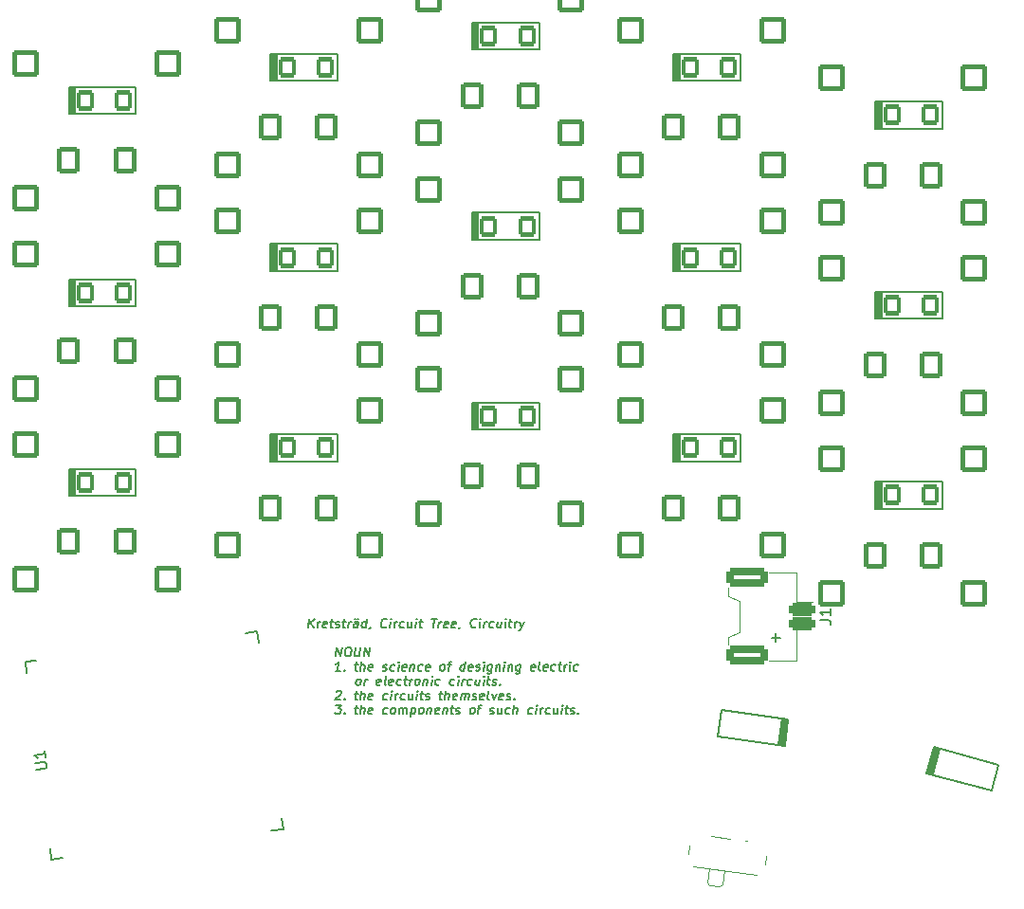
<source format=gto>
G04 #@! TF.GenerationSoftware,KiCad,Pcbnew,8.0.2-1*
G04 #@! TF.CreationDate,2024-07-14T12:39:06+08:00*
G04 #@! TF.ProjectId,Kretstr_d_v2_PG1316,4b726574-7374-472e-9464-5f76325f5047,rev?*
G04 #@! TF.SameCoordinates,Original*
G04 #@! TF.FileFunction,Legend,Top*
G04 #@! TF.FilePolarity,Positive*
%FSLAX46Y46*%
G04 Gerber Fmt 4.6, Leading zero omitted, Abs format (unit mm)*
G04 Created by KiCad (PCBNEW 8.0.2-1) date 2024-07-14 12:39:06*
%MOMM*%
%LPD*%
G01*
G04 APERTURE LIST*
G04 Aperture macros list*
%AMRoundRect*
0 Rectangle with rounded corners*
0 $1 Rounding radius*
0 $2 $3 $4 $5 $6 $7 $8 $9 X,Y pos of 4 corners*
0 Add a 4 corners polygon primitive as box body*
4,1,4,$2,$3,$4,$5,$6,$7,$8,$9,$2,$3,0*
0 Add four circle primitives for the rounded corners*
1,1,$1+$1,$2,$3*
1,1,$1+$1,$4,$5*
1,1,$1+$1,$6,$7*
1,1,$1+$1,$8,$9*
0 Add four rect primitives between the rounded corners*
20,1,$1+$1,$2,$3,$4,$5,0*
20,1,$1+$1,$4,$5,$6,$7,0*
20,1,$1+$1,$6,$7,$8,$9,0*
20,1,$1+$1,$8,$9,$2,$3,0*%
%AMFreePoly0*
4,1,22,0.686777,0.580194,0.756366,0.524698,0.794986,0.444504,0.800000,0.400000,0.800000,0.200000,0.780194,0.113223,0.741421,0.058579,0.141421,-0.541421,0.066056,-0.588777,-0.022393,-0.598742,-0.106406,-0.569345,-0.141421,-0.541421,-0.741421,0.058579,-0.788777,0.133944,-0.800000,0.200000,-0.800000,0.400000,-0.780193,0.486777,-0.724698,0.556366,-0.644504,0.594986,-0.600000,0.600000,
0.600000,0.600000,0.686777,0.580194,0.686777,0.580194,$1*%
%AMFreePoly1*
4,1,26,0.706406,1.169345,0.769345,1.106406,0.798742,1.022393,0.800000,1.000000,0.800000,-0.250000,0.780194,-0.336777,0.724699,-0.406366,0.644505,-0.444986,0.600000,-0.450000,-0.600000,-0.450000,-0.686777,-0.430194,-0.756366,-0.374698,-0.794986,-0.294504,-0.800000,-0.250000,-0.800000,1.000000,-0.780194,1.086777,-0.724698,1.156366,-0.644504,1.194986,-0.555496,1.194986,-0.475302,1.156366,
-0.458579,1.141421,0.000000,0.682842,0.458579,1.141421,0.533944,1.188778,0.622393,1.198742,0.706406,1.169345,0.706406,1.169345,$1*%
G04 Aperture macros list end*
%ADD10C,0.150000*%
%ADD11C,0.200000*%
%ADD12C,0.120000*%
%ADD13C,0.100000*%
%ADD14RoundRect,0.200000X-0.600000X-0.700000X0.600000X-0.700000X0.600000X0.700000X-0.600000X0.700000X0*%
%ADD15RoundRect,0.200000X-1.000000X-1.000000X1.000000X-1.000000X1.000000X1.000000X-1.000000X1.000000X0*%
%ADD16C,1.650000*%
%ADD17C,1.450000*%
%ADD18RoundRect,0.200000X-0.775000X-1.000000X0.775000X-1.000000X0.775000X1.000000X-0.775000X1.000000X0*%
%ADD19C,4.200000*%
%ADD20RoundRect,0.200000X-0.547933X-0.331315X0.443512X-0.461841X0.547933X0.331315X-0.443512X0.461841X0*%
%ADD21C,1.300000*%
%ADD22RoundRect,0.200000X-0.444900X-0.697899X0.249111X-0.789268X0.444900X0.697899X-0.249111X0.789268X0*%
%ADD23RoundRect,0.200000X0.686235X0.615696X-0.503499X0.772327X-0.686235X-0.615696X0.503499X-0.772327X0*%
%ADD24RoundRect,0.200000X-0.760729X-0.520857X0.398382X-0.831440X0.760729X0.520857X-0.398382X0.831440X0*%
%ADD25C,2.500000*%
%ADD26FreePoly0,187.500000*%
%ADD27FreePoly0,7.500000*%
%ADD28FreePoly1,7.500000*%
%ADD29FreePoly1,187.500000*%
%ADD30RoundRect,0.300000X-0.850000X0.300000X-0.850000X-0.300000X0.850000X-0.300000X0.850000X0.300000X0*%
%ADD31RoundRect,0.326924X-1.548076X0.523076X-1.548076X-0.523076X1.548076X-0.523076X1.548076X0.523076X0*%
%ADD32RoundRect,0.200000X-1.224745X-0.707107X0.707107X-1.224745X1.224745X0.707107X-0.707107X1.224745X0*%
%ADD33RoundRect,0.200000X-1.007412X-0.765341X0.489773X-1.166511X1.007412X0.765341X-0.489773X1.166511X0*%
%ADD34RoundRect,0.200000X-1.121971X-0.860919X0.860919X-1.121971X1.121971X0.860919X-0.860919X1.121971X0*%
%ADD35RoundRect,0.200000X-0.898896X-0.890287X0.637844X-1.092603X0.898896X0.890287X-0.637844X1.092603X0*%
G04 APERTURE END LIST*
D10*
X109250398Y-108563230D02*
X109350398Y-107763230D01*
X109707541Y-108563230D02*
X109421826Y-108106087D01*
X109807541Y-107763230D02*
X109293255Y-108220373D01*
X110050398Y-108563230D02*
X110117064Y-108029896D01*
X110098017Y-108182277D02*
X110145636Y-108106087D01*
X110145636Y-108106087D02*
X110188493Y-108067992D01*
X110188493Y-108067992D02*
X110269445Y-108029896D01*
X110269445Y-108029896D02*
X110345636Y-108029896D01*
X110855160Y-108525135D02*
X110774207Y-108563230D01*
X110774207Y-108563230D02*
X110621826Y-108563230D01*
X110621826Y-108563230D02*
X110550398Y-108525135D01*
X110550398Y-108525135D02*
X110521826Y-108448944D01*
X110521826Y-108448944D02*
X110559922Y-108144182D01*
X110559922Y-108144182D02*
X110607541Y-108067992D01*
X110607541Y-108067992D02*
X110688493Y-108029896D01*
X110688493Y-108029896D02*
X110840874Y-108029896D01*
X110840874Y-108029896D02*
X110912302Y-108067992D01*
X110912302Y-108067992D02*
X110940874Y-108144182D01*
X110940874Y-108144182D02*
X110931350Y-108220373D01*
X110931350Y-108220373D02*
X110540874Y-108296563D01*
X111183731Y-108029896D02*
X111488493Y-108029896D01*
X111331350Y-107763230D02*
X111245636Y-108448944D01*
X111245636Y-108448944D02*
X111274207Y-108525135D01*
X111274207Y-108525135D02*
X111345636Y-108563230D01*
X111345636Y-108563230D02*
X111421826Y-108563230D01*
X111655159Y-108525135D02*
X111726588Y-108563230D01*
X111726588Y-108563230D02*
X111878969Y-108563230D01*
X111878969Y-108563230D02*
X111959921Y-108525135D01*
X111959921Y-108525135D02*
X112007540Y-108448944D01*
X112007540Y-108448944D02*
X112012302Y-108410849D01*
X112012302Y-108410849D02*
X111983731Y-108334658D01*
X111983731Y-108334658D02*
X111912302Y-108296563D01*
X111912302Y-108296563D02*
X111798017Y-108296563D01*
X111798017Y-108296563D02*
X111726588Y-108258468D01*
X111726588Y-108258468D02*
X111698017Y-108182277D01*
X111698017Y-108182277D02*
X111702779Y-108144182D01*
X111702779Y-108144182D02*
X111750398Y-108067992D01*
X111750398Y-108067992D02*
X111831350Y-108029896D01*
X111831350Y-108029896D02*
X111945636Y-108029896D01*
X111945636Y-108029896D02*
X112017064Y-108067992D01*
X112288493Y-108029896D02*
X112593255Y-108029896D01*
X112436112Y-107763230D02*
X112350398Y-108448944D01*
X112350398Y-108448944D02*
X112378969Y-108525135D01*
X112378969Y-108525135D02*
X112450398Y-108563230D01*
X112450398Y-108563230D02*
X112526588Y-108563230D01*
X112793255Y-108563230D02*
X112859921Y-108029896D01*
X112840874Y-108182277D02*
X112888493Y-108106087D01*
X112888493Y-108106087D02*
X112931350Y-108067992D01*
X112931350Y-108067992D02*
X113012302Y-108029896D01*
X113012302Y-108029896D02*
X113088493Y-108029896D01*
X113631350Y-108563230D02*
X113683731Y-108144182D01*
X113683731Y-108144182D02*
X113655159Y-108067992D01*
X113655159Y-108067992D02*
X113583731Y-108029896D01*
X113583731Y-108029896D02*
X113431350Y-108029896D01*
X113431350Y-108029896D02*
X113350398Y-108067992D01*
X113636112Y-108525135D02*
X113555159Y-108563230D01*
X113555159Y-108563230D02*
X113364683Y-108563230D01*
X113364683Y-108563230D02*
X113293255Y-108525135D01*
X113293255Y-108525135D02*
X113264683Y-108448944D01*
X113264683Y-108448944D02*
X113274207Y-108372754D01*
X113274207Y-108372754D02*
X113321826Y-108296563D01*
X113321826Y-108296563D02*
X113402779Y-108258468D01*
X113402779Y-108258468D02*
X113593255Y-108258468D01*
X113593255Y-108258468D02*
X113674207Y-108220373D01*
X113388493Y-107763230D02*
X113421826Y-107801325D01*
X113421826Y-107801325D02*
X113378969Y-107839420D01*
X113378969Y-107839420D02*
X113345636Y-107801325D01*
X113345636Y-107801325D02*
X113388493Y-107763230D01*
X113388493Y-107763230D02*
X113378969Y-107839420D01*
X113693255Y-107763230D02*
X113726588Y-107801325D01*
X113726588Y-107801325D02*
X113683731Y-107839420D01*
X113683731Y-107839420D02*
X113650398Y-107801325D01*
X113650398Y-107801325D02*
X113693255Y-107763230D01*
X113693255Y-107763230D02*
X113683731Y-107839420D01*
X114355160Y-108563230D02*
X114455160Y-107763230D01*
X114359922Y-108525135D02*
X114278969Y-108563230D01*
X114278969Y-108563230D02*
X114126589Y-108563230D01*
X114126589Y-108563230D02*
X114055160Y-108525135D01*
X114055160Y-108525135D02*
X114021827Y-108487039D01*
X114021827Y-108487039D02*
X113993255Y-108410849D01*
X113993255Y-108410849D02*
X114021827Y-108182277D01*
X114021827Y-108182277D02*
X114069446Y-108106087D01*
X114069446Y-108106087D02*
X114112303Y-108067992D01*
X114112303Y-108067992D02*
X114193255Y-108029896D01*
X114193255Y-108029896D02*
X114345636Y-108029896D01*
X114345636Y-108029896D02*
X114417065Y-108067992D01*
X114778970Y-108525135D02*
X114774208Y-108563230D01*
X114774208Y-108563230D02*
X114726589Y-108639420D01*
X114726589Y-108639420D02*
X114683732Y-108677515D01*
X116193255Y-108487039D02*
X116150398Y-108525135D01*
X116150398Y-108525135D02*
X116031351Y-108563230D01*
X116031351Y-108563230D02*
X115955160Y-108563230D01*
X115955160Y-108563230D02*
X115845636Y-108525135D01*
X115845636Y-108525135D02*
X115778970Y-108448944D01*
X115778970Y-108448944D02*
X115750398Y-108372754D01*
X115750398Y-108372754D02*
X115731351Y-108220373D01*
X115731351Y-108220373D02*
X115745636Y-108106087D01*
X115745636Y-108106087D02*
X115802779Y-107953706D01*
X115802779Y-107953706D02*
X115850398Y-107877515D01*
X115850398Y-107877515D02*
X115936113Y-107801325D01*
X115936113Y-107801325D02*
X116055160Y-107763230D01*
X116055160Y-107763230D02*
X116131351Y-107763230D01*
X116131351Y-107763230D02*
X116240875Y-107801325D01*
X116240875Y-107801325D02*
X116274208Y-107839420D01*
X116526589Y-108563230D02*
X116593255Y-108029896D01*
X116626589Y-107763230D02*
X116583732Y-107801325D01*
X116583732Y-107801325D02*
X116617065Y-107839420D01*
X116617065Y-107839420D02*
X116659922Y-107801325D01*
X116659922Y-107801325D02*
X116626589Y-107763230D01*
X116626589Y-107763230D02*
X116617065Y-107839420D01*
X116907541Y-108563230D02*
X116974207Y-108029896D01*
X116955160Y-108182277D02*
X117002779Y-108106087D01*
X117002779Y-108106087D02*
X117045636Y-108067992D01*
X117045636Y-108067992D02*
X117126588Y-108029896D01*
X117126588Y-108029896D02*
X117202779Y-108029896D01*
X117750398Y-108525135D02*
X117669445Y-108563230D01*
X117669445Y-108563230D02*
X117517065Y-108563230D01*
X117517065Y-108563230D02*
X117445636Y-108525135D01*
X117445636Y-108525135D02*
X117412303Y-108487039D01*
X117412303Y-108487039D02*
X117383731Y-108410849D01*
X117383731Y-108410849D02*
X117412303Y-108182277D01*
X117412303Y-108182277D02*
X117459922Y-108106087D01*
X117459922Y-108106087D02*
X117502779Y-108067992D01*
X117502779Y-108067992D02*
X117583731Y-108029896D01*
X117583731Y-108029896D02*
X117736112Y-108029896D01*
X117736112Y-108029896D02*
X117807541Y-108067992D01*
X118498017Y-108029896D02*
X118431350Y-108563230D01*
X118155159Y-108029896D02*
X118102779Y-108448944D01*
X118102779Y-108448944D02*
X118131350Y-108525135D01*
X118131350Y-108525135D02*
X118202779Y-108563230D01*
X118202779Y-108563230D02*
X118317064Y-108563230D01*
X118317064Y-108563230D02*
X118398017Y-108525135D01*
X118398017Y-108525135D02*
X118440874Y-108487039D01*
X118812303Y-108563230D02*
X118878969Y-108029896D01*
X118912303Y-107763230D02*
X118869446Y-107801325D01*
X118869446Y-107801325D02*
X118902779Y-107839420D01*
X118902779Y-107839420D02*
X118945636Y-107801325D01*
X118945636Y-107801325D02*
X118912303Y-107763230D01*
X118912303Y-107763230D02*
X118902779Y-107839420D01*
X119145636Y-108029896D02*
X119450398Y-108029896D01*
X119293255Y-107763230D02*
X119207541Y-108448944D01*
X119207541Y-108448944D02*
X119236112Y-108525135D01*
X119236112Y-108525135D02*
X119307541Y-108563230D01*
X119307541Y-108563230D02*
X119383731Y-108563230D01*
X120245636Y-107763230D02*
X120702779Y-107763230D01*
X120374208Y-108563230D02*
X120474208Y-107763230D01*
X120869446Y-108563230D02*
X120936112Y-108029896D01*
X120917065Y-108182277D02*
X120964684Y-108106087D01*
X120964684Y-108106087D02*
X121007541Y-108067992D01*
X121007541Y-108067992D02*
X121088493Y-108029896D01*
X121088493Y-108029896D02*
X121164684Y-108029896D01*
X121674208Y-108525135D02*
X121593255Y-108563230D01*
X121593255Y-108563230D02*
X121440874Y-108563230D01*
X121440874Y-108563230D02*
X121369446Y-108525135D01*
X121369446Y-108525135D02*
X121340874Y-108448944D01*
X121340874Y-108448944D02*
X121378970Y-108144182D01*
X121378970Y-108144182D02*
X121426589Y-108067992D01*
X121426589Y-108067992D02*
X121507541Y-108029896D01*
X121507541Y-108029896D02*
X121659922Y-108029896D01*
X121659922Y-108029896D02*
X121731350Y-108067992D01*
X121731350Y-108067992D02*
X121759922Y-108144182D01*
X121759922Y-108144182D02*
X121750398Y-108220373D01*
X121750398Y-108220373D02*
X121359922Y-108296563D01*
X122359922Y-108525135D02*
X122278969Y-108563230D01*
X122278969Y-108563230D02*
X122126588Y-108563230D01*
X122126588Y-108563230D02*
X122055160Y-108525135D01*
X122055160Y-108525135D02*
X122026588Y-108448944D01*
X122026588Y-108448944D02*
X122064684Y-108144182D01*
X122064684Y-108144182D02*
X122112303Y-108067992D01*
X122112303Y-108067992D02*
X122193255Y-108029896D01*
X122193255Y-108029896D02*
X122345636Y-108029896D01*
X122345636Y-108029896D02*
X122417064Y-108067992D01*
X122417064Y-108067992D02*
X122445636Y-108144182D01*
X122445636Y-108144182D02*
X122436112Y-108220373D01*
X122436112Y-108220373D02*
X122045636Y-108296563D01*
X122778969Y-108525135D02*
X122774207Y-108563230D01*
X122774207Y-108563230D02*
X122726588Y-108639420D01*
X122726588Y-108639420D02*
X122683731Y-108677515D01*
X124193254Y-108487039D02*
X124150397Y-108525135D01*
X124150397Y-108525135D02*
X124031350Y-108563230D01*
X124031350Y-108563230D02*
X123955159Y-108563230D01*
X123955159Y-108563230D02*
X123845635Y-108525135D01*
X123845635Y-108525135D02*
X123778969Y-108448944D01*
X123778969Y-108448944D02*
X123750397Y-108372754D01*
X123750397Y-108372754D02*
X123731350Y-108220373D01*
X123731350Y-108220373D02*
X123745635Y-108106087D01*
X123745635Y-108106087D02*
X123802778Y-107953706D01*
X123802778Y-107953706D02*
X123850397Y-107877515D01*
X123850397Y-107877515D02*
X123936112Y-107801325D01*
X123936112Y-107801325D02*
X124055159Y-107763230D01*
X124055159Y-107763230D02*
X124131350Y-107763230D01*
X124131350Y-107763230D02*
X124240874Y-107801325D01*
X124240874Y-107801325D02*
X124274207Y-107839420D01*
X124526588Y-108563230D02*
X124593254Y-108029896D01*
X124626588Y-107763230D02*
X124583731Y-107801325D01*
X124583731Y-107801325D02*
X124617064Y-107839420D01*
X124617064Y-107839420D02*
X124659921Y-107801325D01*
X124659921Y-107801325D02*
X124626588Y-107763230D01*
X124626588Y-107763230D02*
X124617064Y-107839420D01*
X124907540Y-108563230D02*
X124974206Y-108029896D01*
X124955159Y-108182277D02*
X125002778Y-108106087D01*
X125002778Y-108106087D02*
X125045635Y-108067992D01*
X125045635Y-108067992D02*
X125126587Y-108029896D01*
X125126587Y-108029896D02*
X125202778Y-108029896D01*
X125750397Y-108525135D02*
X125669444Y-108563230D01*
X125669444Y-108563230D02*
X125517064Y-108563230D01*
X125517064Y-108563230D02*
X125445635Y-108525135D01*
X125445635Y-108525135D02*
X125412302Y-108487039D01*
X125412302Y-108487039D02*
X125383730Y-108410849D01*
X125383730Y-108410849D02*
X125412302Y-108182277D01*
X125412302Y-108182277D02*
X125459921Y-108106087D01*
X125459921Y-108106087D02*
X125502778Y-108067992D01*
X125502778Y-108067992D02*
X125583730Y-108029896D01*
X125583730Y-108029896D02*
X125736111Y-108029896D01*
X125736111Y-108029896D02*
X125807540Y-108067992D01*
X126498016Y-108029896D02*
X126431349Y-108563230D01*
X126155158Y-108029896D02*
X126102778Y-108448944D01*
X126102778Y-108448944D02*
X126131349Y-108525135D01*
X126131349Y-108525135D02*
X126202778Y-108563230D01*
X126202778Y-108563230D02*
X126317063Y-108563230D01*
X126317063Y-108563230D02*
X126398016Y-108525135D01*
X126398016Y-108525135D02*
X126440873Y-108487039D01*
X126812302Y-108563230D02*
X126878968Y-108029896D01*
X126912302Y-107763230D02*
X126869445Y-107801325D01*
X126869445Y-107801325D02*
X126902778Y-107839420D01*
X126902778Y-107839420D02*
X126945635Y-107801325D01*
X126945635Y-107801325D02*
X126912302Y-107763230D01*
X126912302Y-107763230D02*
X126902778Y-107839420D01*
X127145635Y-108029896D02*
X127450397Y-108029896D01*
X127293254Y-107763230D02*
X127207540Y-108448944D01*
X127207540Y-108448944D02*
X127236111Y-108525135D01*
X127236111Y-108525135D02*
X127307540Y-108563230D01*
X127307540Y-108563230D02*
X127383730Y-108563230D01*
X127650397Y-108563230D02*
X127717063Y-108029896D01*
X127698016Y-108182277D02*
X127745635Y-108106087D01*
X127745635Y-108106087D02*
X127788492Y-108067992D01*
X127788492Y-108067992D02*
X127869444Y-108029896D01*
X127869444Y-108029896D02*
X127945635Y-108029896D01*
X128136111Y-108029896D02*
X128259921Y-108563230D01*
X128517063Y-108029896D02*
X128259921Y-108563230D01*
X128259921Y-108563230D02*
X128159921Y-108753706D01*
X128159921Y-108753706D02*
X128117063Y-108791801D01*
X128117063Y-108791801D02*
X128036111Y-108829896D01*
X111688494Y-111139140D02*
X111788494Y-110339140D01*
X111788494Y-110339140D02*
X112145637Y-111139140D01*
X112145637Y-111139140D02*
X112245637Y-110339140D01*
X112778970Y-110339140D02*
X112931351Y-110339140D01*
X112931351Y-110339140D02*
X113002779Y-110377235D01*
X113002779Y-110377235D02*
X113069446Y-110453425D01*
X113069446Y-110453425D02*
X113088494Y-110605806D01*
X113088494Y-110605806D02*
X113055160Y-110872473D01*
X113055160Y-110872473D02*
X112998017Y-111024854D01*
X112998017Y-111024854D02*
X112912303Y-111101045D01*
X112912303Y-111101045D02*
X112831351Y-111139140D01*
X112831351Y-111139140D02*
X112678970Y-111139140D01*
X112678970Y-111139140D02*
X112607541Y-111101045D01*
X112607541Y-111101045D02*
X112540875Y-111024854D01*
X112540875Y-111024854D02*
X112521827Y-110872473D01*
X112521827Y-110872473D02*
X112555160Y-110605806D01*
X112555160Y-110605806D02*
X112612303Y-110453425D01*
X112612303Y-110453425D02*
X112698017Y-110377235D01*
X112698017Y-110377235D02*
X112778970Y-110339140D01*
X113464684Y-110339140D02*
X113383731Y-110986759D01*
X113383731Y-110986759D02*
X113412303Y-111062949D01*
X113412303Y-111062949D02*
X113445636Y-111101045D01*
X113445636Y-111101045D02*
X113517065Y-111139140D01*
X113517065Y-111139140D02*
X113669446Y-111139140D01*
X113669446Y-111139140D02*
X113750398Y-111101045D01*
X113750398Y-111101045D02*
X113793255Y-111062949D01*
X113793255Y-111062949D02*
X113840874Y-110986759D01*
X113840874Y-110986759D02*
X113921827Y-110339140D01*
X114202779Y-111139140D02*
X114302779Y-110339140D01*
X114302779Y-110339140D02*
X114659922Y-111139140D01*
X114659922Y-111139140D02*
X114759922Y-110339140D01*
X112107541Y-112427095D02*
X111650399Y-112427095D01*
X111878970Y-112427095D02*
X111978970Y-111627095D01*
X111978970Y-111627095D02*
X111888494Y-111741380D01*
X111888494Y-111741380D02*
X111802780Y-111817571D01*
X111802780Y-111817571D02*
X111721827Y-111855666D01*
X112459923Y-112350904D02*
X112493256Y-112389000D01*
X112493256Y-112389000D02*
X112450399Y-112427095D01*
X112450399Y-112427095D02*
X112417065Y-112389000D01*
X112417065Y-112389000D02*
X112459923Y-112350904D01*
X112459923Y-112350904D02*
X112450399Y-112427095D01*
X113393256Y-111893761D02*
X113698018Y-111893761D01*
X113540875Y-111627095D02*
X113455161Y-112312809D01*
X113455161Y-112312809D02*
X113483732Y-112389000D01*
X113483732Y-112389000D02*
X113555161Y-112427095D01*
X113555161Y-112427095D02*
X113631351Y-112427095D01*
X113898018Y-112427095D02*
X113998018Y-111627095D01*
X114240875Y-112427095D02*
X114293256Y-112008047D01*
X114293256Y-112008047D02*
X114264684Y-111931857D01*
X114264684Y-111931857D02*
X114193256Y-111893761D01*
X114193256Y-111893761D02*
X114078970Y-111893761D01*
X114078970Y-111893761D02*
X113998018Y-111931857D01*
X113998018Y-111931857D02*
X113955161Y-111969952D01*
X114931352Y-112389000D02*
X114850399Y-112427095D01*
X114850399Y-112427095D02*
X114698018Y-112427095D01*
X114698018Y-112427095D02*
X114626590Y-112389000D01*
X114626590Y-112389000D02*
X114598018Y-112312809D01*
X114598018Y-112312809D02*
X114636114Y-112008047D01*
X114636114Y-112008047D02*
X114683733Y-111931857D01*
X114683733Y-111931857D02*
X114764685Y-111893761D01*
X114764685Y-111893761D02*
X114917066Y-111893761D01*
X114917066Y-111893761D02*
X114988494Y-111931857D01*
X114988494Y-111931857D02*
X115017066Y-112008047D01*
X115017066Y-112008047D02*
X115007542Y-112084238D01*
X115007542Y-112084238D02*
X114617066Y-112160428D01*
X115883732Y-112389000D02*
X115955161Y-112427095D01*
X115955161Y-112427095D02*
X116107542Y-112427095D01*
X116107542Y-112427095D02*
X116188494Y-112389000D01*
X116188494Y-112389000D02*
X116236113Y-112312809D01*
X116236113Y-112312809D02*
X116240875Y-112274714D01*
X116240875Y-112274714D02*
X116212304Y-112198523D01*
X116212304Y-112198523D02*
X116140875Y-112160428D01*
X116140875Y-112160428D02*
X116026590Y-112160428D01*
X116026590Y-112160428D02*
X115955161Y-112122333D01*
X115955161Y-112122333D02*
X115926590Y-112046142D01*
X115926590Y-112046142D02*
X115931352Y-112008047D01*
X115931352Y-112008047D02*
X115978971Y-111931857D01*
X115978971Y-111931857D02*
X116059923Y-111893761D01*
X116059923Y-111893761D02*
X116174209Y-111893761D01*
X116174209Y-111893761D02*
X116245637Y-111931857D01*
X116912304Y-112389000D02*
X116831351Y-112427095D01*
X116831351Y-112427095D02*
X116678971Y-112427095D01*
X116678971Y-112427095D02*
X116607542Y-112389000D01*
X116607542Y-112389000D02*
X116574209Y-112350904D01*
X116574209Y-112350904D02*
X116545637Y-112274714D01*
X116545637Y-112274714D02*
X116574209Y-112046142D01*
X116574209Y-112046142D02*
X116621828Y-111969952D01*
X116621828Y-111969952D02*
X116664685Y-111931857D01*
X116664685Y-111931857D02*
X116745637Y-111893761D01*
X116745637Y-111893761D02*
X116898018Y-111893761D01*
X116898018Y-111893761D02*
X116969447Y-111931857D01*
X117250399Y-112427095D02*
X117317065Y-111893761D01*
X117350399Y-111627095D02*
X117307542Y-111665190D01*
X117307542Y-111665190D02*
X117340875Y-111703285D01*
X117340875Y-111703285D02*
X117383732Y-111665190D01*
X117383732Y-111665190D02*
X117350399Y-111627095D01*
X117350399Y-111627095D02*
X117340875Y-111703285D01*
X117940875Y-112389000D02*
X117859922Y-112427095D01*
X117859922Y-112427095D02*
X117707541Y-112427095D01*
X117707541Y-112427095D02*
X117636113Y-112389000D01*
X117636113Y-112389000D02*
X117607541Y-112312809D01*
X117607541Y-112312809D02*
X117645637Y-112008047D01*
X117645637Y-112008047D02*
X117693256Y-111931857D01*
X117693256Y-111931857D02*
X117774208Y-111893761D01*
X117774208Y-111893761D02*
X117926589Y-111893761D01*
X117926589Y-111893761D02*
X117998017Y-111931857D01*
X117998017Y-111931857D02*
X118026589Y-112008047D01*
X118026589Y-112008047D02*
X118017065Y-112084238D01*
X118017065Y-112084238D02*
X117626589Y-112160428D01*
X118383731Y-111893761D02*
X118317065Y-112427095D01*
X118374208Y-111969952D02*
X118417065Y-111931857D01*
X118417065Y-111931857D02*
X118498017Y-111893761D01*
X118498017Y-111893761D02*
X118612303Y-111893761D01*
X118612303Y-111893761D02*
X118683731Y-111931857D01*
X118683731Y-111931857D02*
X118712303Y-112008047D01*
X118712303Y-112008047D02*
X118659922Y-112427095D01*
X119388494Y-112389000D02*
X119307541Y-112427095D01*
X119307541Y-112427095D02*
X119155161Y-112427095D01*
X119155161Y-112427095D02*
X119083732Y-112389000D01*
X119083732Y-112389000D02*
X119050399Y-112350904D01*
X119050399Y-112350904D02*
X119021827Y-112274714D01*
X119021827Y-112274714D02*
X119050399Y-112046142D01*
X119050399Y-112046142D02*
X119098018Y-111969952D01*
X119098018Y-111969952D02*
X119140875Y-111931857D01*
X119140875Y-111931857D02*
X119221827Y-111893761D01*
X119221827Y-111893761D02*
X119374208Y-111893761D01*
X119374208Y-111893761D02*
X119445637Y-111931857D01*
X120036113Y-112389000D02*
X119955160Y-112427095D01*
X119955160Y-112427095D02*
X119802779Y-112427095D01*
X119802779Y-112427095D02*
X119731351Y-112389000D01*
X119731351Y-112389000D02*
X119702779Y-112312809D01*
X119702779Y-112312809D02*
X119740875Y-112008047D01*
X119740875Y-112008047D02*
X119788494Y-111931857D01*
X119788494Y-111931857D02*
X119869446Y-111893761D01*
X119869446Y-111893761D02*
X120021827Y-111893761D01*
X120021827Y-111893761D02*
X120093255Y-111931857D01*
X120093255Y-111931857D02*
X120121827Y-112008047D01*
X120121827Y-112008047D02*
X120112303Y-112084238D01*
X120112303Y-112084238D02*
X119721827Y-112160428D01*
X121136113Y-112427095D02*
X121064684Y-112389000D01*
X121064684Y-112389000D02*
X121031351Y-112350904D01*
X121031351Y-112350904D02*
X121002779Y-112274714D01*
X121002779Y-112274714D02*
X121031351Y-112046142D01*
X121031351Y-112046142D02*
X121078970Y-111969952D01*
X121078970Y-111969952D02*
X121121827Y-111931857D01*
X121121827Y-111931857D02*
X121202779Y-111893761D01*
X121202779Y-111893761D02*
X121317065Y-111893761D01*
X121317065Y-111893761D02*
X121388493Y-111931857D01*
X121388493Y-111931857D02*
X121421827Y-111969952D01*
X121421827Y-111969952D02*
X121450398Y-112046142D01*
X121450398Y-112046142D02*
X121421827Y-112274714D01*
X121421827Y-112274714D02*
X121374208Y-112350904D01*
X121374208Y-112350904D02*
X121331351Y-112389000D01*
X121331351Y-112389000D02*
X121250398Y-112427095D01*
X121250398Y-112427095D02*
X121136113Y-112427095D01*
X121698018Y-111893761D02*
X122002780Y-111893761D01*
X121745637Y-112427095D02*
X121831351Y-111741380D01*
X121831351Y-111741380D02*
X121878970Y-111665190D01*
X121878970Y-111665190D02*
X121959923Y-111627095D01*
X121959923Y-111627095D02*
X122036113Y-111627095D01*
X123155161Y-112427095D02*
X123255161Y-111627095D01*
X123159923Y-112389000D02*
X123078970Y-112427095D01*
X123078970Y-112427095D02*
X122926590Y-112427095D01*
X122926590Y-112427095D02*
X122855161Y-112389000D01*
X122855161Y-112389000D02*
X122821828Y-112350904D01*
X122821828Y-112350904D02*
X122793256Y-112274714D01*
X122793256Y-112274714D02*
X122821828Y-112046142D01*
X122821828Y-112046142D02*
X122869447Y-111969952D01*
X122869447Y-111969952D02*
X122912304Y-111931857D01*
X122912304Y-111931857D02*
X122993256Y-111893761D01*
X122993256Y-111893761D02*
X123145637Y-111893761D01*
X123145637Y-111893761D02*
X123217066Y-111931857D01*
X123845638Y-112389000D02*
X123764685Y-112427095D01*
X123764685Y-112427095D02*
X123612304Y-112427095D01*
X123612304Y-112427095D02*
X123540876Y-112389000D01*
X123540876Y-112389000D02*
X123512304Y-112312809D01*
X123512304Y-112312809D02*
X123550400Y-112008047D01*
X123550400Y-112008047D02*
X123598019Y-111931857D01*
X123598019Y-111931857D02*
X123678971Y-111893761D01*
X123678971Y-111893761D02*
X123831352Y-111893761D01*
X123831352Y-111893761D02*
X123902780Y-111931857D01*
X123902780Y-111931857D02*
X123931352Y-112008047D01*
X123931352Y-112008047D02*
X123921828Y-112084238D01*
X123921828Y-112084238D02*
X123531352Y-112160428D01*
X124188494Y-112389000D02*
X124259923Y-112427095D01*
X124259923Y-112427095D02*
X124412304Y-112427095D01*
X124412304Y-112427095D02*
X124493256Y-112389000D01*
X124493256Y-112389000D02*
X124540875Y-112312809D01*
X124540875Y-112312809D02*
X124545637Y-112274714D01*
X124545637Y-112274714D02*
X124517066Y-112198523D01*
X124517066Y-112198523D02*
X124445637Y-112160428D01*
X124445637Y-112160428D02*
X124331352Y-112160428D01*
X124331352Y-112160428D02*
X124259923Y-112122333D01*
X124259923Y-112122333D02*
X124231352Y-112046142D01*
X124231352Y-112046142D02*
X124236114Y-112008047D01*
X124236114Y-112008047D02*
X124283733Y-111931857D01*
X124283733Y-111931857D02*
X124364685Y-111893761D01*
X124364685Y-111893761D02*
X124478971Y-111893761D01*
X124478971Y-111893761D02*
X124550399Y-111931857D01*
X124869447Y-112427095D02*
X124936113Y-111893761D01*
X124969447Y-111627095D02*
X124926590Y-111665190D01*
X124926590Y-111665190D02*
X124959923Y-111703285D01*
X124959923Y-111703285D02*
X125002780Y-111665190D01*
X125002780Y-111665190D02*
X124969447Y-111627095D01*
X124969447Y-111627095D02*
X124959923Y-111703285D01*
X125659923Y-111893761D02*
X125578970Y-112541380D01*
X125578970Y-112541380D02*
X125531351Y-112617571D01*
X125531351Y-112617571D02*
X125488494Y-112655666D01*
X125488494Y-112655666D02*
X125407542Y-112693761D01*
X125407542Y-112693761D02*
X125293256Y-112693761D01*
X125293256Y-112693761D02*
X125221827Y-112655666D01*
X125598018Y-112389000D02*
X125517065Y-112427095D01*
X125517065Y-112427095D02*
X125364685Y-112427095D01*
X125364685Y-112427095D02*
X125293256Y-112389000D01*
X125293256Y-112389000D02*
X125259923Y-112350904D01*
X125259923Y-112350904D02*
X125231351Y-112274714D01*
X125231351Y-112274714D02*
X125259923Y-112046142D01*
X125259923Y-112046142D02*
X125307542Y-111969952D01*
X125307542Y-111969952D02*
X125350399Y-111931857D01*
X125350399Y-111931857D02*
X125431351Y-111893761D01*
X125431351Y-111893761D02*
X125583732Y-111893761D01*
X125583732Y-111893761D02*
X125655161Y-111931857D01*
X126040875Y-111893761D02*
X125974209Y-112427095D01*
X126031352Y-111969952D02*
X126074209Y-111931857D01*
X126074209Y-111931857D02*
X126155161Y-111893761D01*
X126155161Y-111893761D02*
X126269447Y-111893761D01*
X126269447Y-111893761D02*
X126340875Y-111931857D01*
X126340875Y-111931857D02*
X126369447Y-112008047D01*
X126369447Y-112008047D02*
X126317066Y-112427095D01*
X126698019Y-112427095D02*
X126764685Y-111893761D01*
X126798019Y-111627095D02*
X126755162Y-111665190D01*
X126755162Y-111665190D02*
X126788495Y-111703285D01*
X126788495Y-111703285D02*
X126831352Y-111665190D01*
X126831352Y-111665190D02*
X126798019Y-111627095D01*
X126798019Y-111627095D02*
X126788495Y-111703285D01*
X127145637Y-111893761D02*
X127078971Y-112427095D01*
X127136114Y-111969952D02*
X127178971Y-111931857D01*
X127178971Y-111931857D02*
X127259923Y-111893761D01*
X127259923Y-111893761D02*
X127374209Y-111893761D01*
X127374209Y-111893761D02*
X127445637Y-111931857D01*
X127445637Y-111931857D02*
X127474209Y-112008047D01*
X127474209Y-112008047D02*
X127421828Y-112427095D01*
X128212305Y-111893761D02*
X128131352Y-112541380D01*
X128131352Y-112541380D02*
X128083733Y-112617571D01*
X128083733Y-112617571D02*
X128040876Y-112655666D01*
X128040876Y-112655666D02*
X127959924Y-112693761D01*
X127959924Y-112693761D02*
X127845638Y-112693761D01*
X127845638Y-112693761D02*
X127774209Y-112655666D01*
X128150400Y-112389000D02*
X128069447Y-112427095D01*
X128069447Y-112427095D02*
X127917067Y-112427095D01*
X127917067Y-112427095D02*
X127845638Y-112389000D01*
X127845638Y-112389000D02*
X127812305Y-112350904D01*
X127812305Y-112350904D02*
X127783733Y-112274714D01*
X127783733Y-112274714D02*
X127812305Y-112046142D01*
X127812305Y-112046142D02*
X127859924Y-111969952D01*
X127859924Y-111969952D02*
X127902781Y-111931857D01*
X127902781Y-111931857D02*
X127983733Y-111893761D01*
X127983733Y-111893761D02*
X128136114Y-111893761D01*
X128136114Y-111893761D02*
X128207543Y-111931857D01*
X129445639Y-112389000D02*
X129364686Y-112427095D01*
X129364686Y-112427095D02*
X129212305Y-112427095D01*
X129212305Y-112427095D02*
X129140877Y-112389000D01*
X129140877Y-112389000D02*
X129112305Y-112312809D01*
X129112305Y-112312809D02*
X129150401Y-112008047D01*
X129150401Y-112008047D02*
X129198020Y-111931857D01*
X129198020Y-111931857D02*
X129278972Y-111893761D01*
X129278972Y-111893761D02*
X129431353Y-111893761D01*
X129431353Y-111893761D02*
X129502781Y-111931857D01*
X129502781Y-111931857D02*
X129531353Y-112008047D01*
X129531353Y-112008047D02*
X129521829Y-112084238D01*
X129521829Y-112084238D02*
X129131353Y-112160428D01*
X129936115Y-112427095D02*
X129864686Y-112389000D01*
X129864686Y-112389000D02*
X129836115Y-112312809D01*
X129836115Y-112312809D02*
X129921829Y-111627095D01*
X130550401Y-112389000D02*
X130469448Y-112427095D01*
X130469448Y-112427095D02*
X130317067Y-112427095D01*
X130317067Y-112427095D02*
X130245639Y-112389000D01*
X130245639Y-112389000D02*
X130217067Y-112312809D01*
X130217067Y-112312809D02*
X130255163Y-112008047D01*
X130255163Y-112008047D02*
X130302782Y-111931857D01*
X130302782Y-111931857D02*
X130383734Y-111893761D01*
X130383734Y-111893761D02*
X130536115Y-111893761D01*
X130536115Y-111893761D02*
X130607543Y-111931857D01*
X130607543Y-111931857D02*
X130636115Y-112008047D01*
X130636115Y-112008047D02*
X130626591Y-112084238D01*
X130626591Y-112084238D02*
X130236115Y-112160428D01*
X131274210Y-112389000D02*
X131193257Y-112427095D01*
X131193257Y-112427095D02*
X131040877Y-112427095D01*
X131040877Y-112427095D02*
X130969448Y-112389000D01*
X130969448Y-112389000D02*
X130936115Y-112350904D01*
X130936115Y-112350904D02*
X130907543Y-112274714D01*
X130907543Y-112274714D02*
X130936115Y-112046142D01*
X130936115Y-112046142D02*
X130983734Y-111969952D01*
X130983734Y-111969952D02*
X131026591Y-111931857D01*
X131026591Y-111931857D02*
X131107543Y-111893761D01*
X131107543Y-111893761D02*
X131259924Y-111893761D01*
X131259924Y-111893761D02*
X131331353Y-111931857D01*
X131564686Y-111893761D02*
X131869448Y-111893761D01*
X131712305Y-111627095D02*
X131626591Y-112312809D01*
X131626591Y-112312809D02*
X131655162Y-112389000D01*
X131655162Y-112389000D02*
X131726591Y-112427095D01*
X131726591Y-112427095D02*
X131802781Y-112427095D01*
X132069448Y-112427095D02*
X132136114Y-111893761D01*
X132117067Y-112046142D02*
X132164686Y-111969952D01*
X132164686Y-111969952D02*
X132207543Y-111931857D01*
X132207543Y-111931857D02*
X132288495Y-111893761D01*
X132288495Y-111893761D02*
X132364686Y-111893761D01*
X132564686Y-112427095D02*
X132631352Y-111893761D01*
X132664686Y-111627095D02*
X132621829Y-111665190D01*
X132621829Y-111665190D02*
X132655162Y-111703285D01*
X132655162Y-111703285D02*
X132698019Y-111665190D01*
X132698019Y-111665190D02*
X132664686Y-111627095D01*
X132664686Y-111627095D02*
X132655162Y-111703285D01*
X133293257Y-112389000D02*
X133212304Y-112427095D01*
X133212304Y-112427095D02*
X133059924Y-112427095D01*
X133059924Y-112427095D02*
X132988495Y-112389000D01*
X132988495Y-112389000D02*
X132955162Y-112350904D01*
X132955162Y-112350904D02*
X132926590Y-112274714D01*
X132926590Y-112274714D02*
X132955162Y-112046142D01*
X132955162Y-112046142D02*
X133002781Y-111969952D01*
X133002781Y-111969952D02*
X133045638Y-111931857D01*
X133045638Y-111931857D02*
X133126590Y-111893761D01*
X133126590Y-111893761D02*
X133278971Y-111893761D01*
X133278971Y-111893761D02*
X133350400Y-111931857D01*
X113631352Y-113715050D02*
X113559923Y-113676955D01*
X113559923Y-113676955D02*
X113526590Y-113638859D01*
X113526590Y-113638859D02*
X113498018Y-113562669D01*
X113498018Y-113562669D02*
X113526590Y-113334097D01*
X113526590Y-113334097D02*
X113574209Y-113257907D01*
X113574209Y-113257907D02*
X113617066Y-113219812D01*
X113617066Y-113219812D02*
X113698018Y-113181716D01*
X113698018Y-113181716D02*
X113812304Y-113181716D01*
X113812304Y-113181716D02*
X113883732Y-113219812D01*
X113883732Y-113219812D02*
X113917066Y-113257907D01*
X113917066Y-113257907D02*
X113945637Y-113334097D01*
X113945637Y-113334097D02*
X113917066Y-113562669D01*
X113917066Y-113562669D02*
X113869447Y-113638859D01*
X113869447Y-113638859D02*
X113826590Y-113676955D01*
X113826590Y-113676955D02*
X113745637Y-113715050D01*
X113745637Y-113715050D02*
X113631352Y-113715050D01*
X114240876Y-113715050D02*
X114307542Y-113181716D01*
X114288495Y-113334097D02*
X114336114Y-113257907D01*
X114336114Y-113257907D02*
X114378971Y-113219812D01*
X114378971Y-113219812D02*
X114459923Y-113181716D01*
X114459923Y-113181716D02*
X114536114Y-113181716D01*
X115655162Y-113676955D02*
X115574209Y-113715050D01*
X115574209Y-113715050D02*
X115421828Y-113715050D01*
X115421828Y-113715050D02*
X115350400Y-113676955D01*
X115350400Y-113676955D02*
X115321828Y-113600764D01*
X115321828Y-113600764D02*
X115359924Y-113296002D01*
X115359924Y-113296002D02*
X115407543Y-113219812D01*
X115407543Y-113219812D02*
X115488495Y-113181716D01*
X115488495Y-113181716D02*
X115640876Y-113181716D01*
X115640876Y-113181716D02*
X115712304Y-113219812D01*
X115712304Y-113219812D02*
X115740876Y-113296002D01*
X115740876Y-113296002D02*
X115731352Y-113372193D01*
X115731352Y-113372193D02*
X115340876Y-113448383D01*
X116145638Y-113715050D02*
X116074209Y-113676955D01*
X116074209Y-113676955D02*
X116045638Y-113600764D01*
X116045638Y-113600764D02*
X116131352Y-112915050D01*
X116759924Y-113676955D02*
X116678971Y-113715050D01*
X116678971Y-113715050D02*
X116526590Y-113715050D01*
X116526590Y-113715050D02*
X116455162Y-113676955D01*
X116455162Y-113676955D02*
X116426590Y-113600764D01*
X116426590Y-113600764D02*
X116464686Y-113296002D01*
X116464686Y-113296002D02*
X116512305Y-113219812D01*
X116512305Y-113219812D02*
X116593257Y-113181716D01*
X116593257Y-113181716D02*
X116745638Y-113181716D01*
X116745638Y-113181716D02*
X116817066Y-113219812D01*
X116817066Y-113219812D02*
X116845638Y-113296002D01*
X116845638Y-113296002D02*
X116836114Y-113372193D01*
X116836114Y-113372193D02*
X116445638Y-113448383D01*
X117483733Y-113676955D02*
X117402780Y-113715050D01*
X117402780Y-113715050D02*
X117250400Y-113715050D01*
X117250400Y-113715050D02*
X117178971Y-113676955D01*
X117178971Y-113676955D02*
X117145638Y-113638859D01*
X117145638Y-113638859D02*
X117117066Y-113562669D01*
X117117066Y-113562669D02*
X117145638Y-113334097D01*
X117145638Y-113334097D02*
X117193257Y-113257907D01*
X117193257Y-113257907D02*
X117236114Y-113219812D01*
X117236114Y-113219812D02*
X117317066Y-113181716D01*
X117317066Y-113181716D02*
X117469447Y-113181716D01*
X117469447Y-113181716D02*
X117540876Y-113219812D01*
X117774209Y-113181716D02*
X118078971Y-113181716D01*
X117921828Y-112915050D02*
X117836114Y-113600764D01*
X117836114Y-113600764D02*
X117864685Y-113676955D01*
X117864685Y-113676955D02*
X117936114Y-113715050D01*
X117936114Y-113715050D02*
X118012304Y-113715050D01*
X118278971Y-113715050D02*
X118345637Y-113181716D01*
X118326590Y-113334097D02*
X118374209Y-113257907D01*
X118374209Y-113257907D02*
X118417066Y-113219812D01*
X118417066Y-113219812D02*
X118498018Y-113181716D01*
X118498018Y-113181716D02*
X118574209Y-113181716D01*
X118888495Y-113715050D02*
X118817066Y-113676955D01*
X118817066Y-113676955D02*
X118783733Y-113638859D01*
X118783733Y-113638859D02*
X118755161Y-113562669D01*
X118755161Y-113562669D02*
X118783733Y-113334097D01*
X118783733Y-113334097D02*
X118831352Y-113257907D01*
X118831352Y-113257907D02*
X118874209Y-113219812D01*
X118874209Y-113219812D02*
X118955161Y-113181716D01*
X118955161Y-113181716D02*
X119069447Y-113181716D01*
X119069447Y-113181716D02*
X119140875Y-113219812D01*
X119140875Y-113219812D02*
X119174209Y-113257907D01*
X119174209Y-113257907D02*
X119202780Y-113334097D01*
X119202780Y-113334097D02*
X119174209Y-113562669D01*
X119174209Y-113562669D02*
X119126590Y-113638859D01*
X119126590Y-113638859D02*
X119083733Y-113676955D01*
X119083733Y-113676955D02*
X119002780Y-113715050D01*
X119002780Y-113715050D02*
X118888495Y-113715050D01*
X119564685Y-113181716D02*
X119498019Y-113715050D01*
X119555162Y-113257907D02*
X119598019Y-113219812D01*
X119598019Y-113219812D02*
X119678971Y-113181716D01*
X119678971Y-113181716D02*
X119793257Y-113181716D01*
X119793257Y-113181716D02*
X119864685Y-113219812D01*
X119864685Y-113219812D02*
X119893257Y-113296002D01*
X119893257Y-113296002D02*
X119840876Y-113715050D01*
X120221829Y-113715050D02*
X120288495Y-113181716D01*
X120321829Y-112915050D02*
X120278972Y-112953145D01*
X120278972Y-112953145D02*
X120312305Y-112991240D01*
X120312305Y-112991240D02*
X120355162Y-112953145D01*
X120355162Y-112953145D02*
X120321829Y-112915050D01*
X120321829Y-112915050D02*
X120312305Y-112991240D01*
X120950400Y-113676955D02*
X120869447Y-113715050D01*
X120869447Y-113715050D02*
X120717067Y-113715050D01*
X120717067Y-113715050D02*
X120645638Y-113676955D01*
X120645638Y-113676955D02*
X120612305Y-113638859D01*
X120612305Y-113638859D02*
X120583733Y-113562669D01*
X120583733Y-113562669D02*
X120612305Y-113334097D01*
X120612305Y-113334097D02*
X120659924Y-113257907D01*
X120659924Y-113257907D02*
X120702781Y-113219812D01*
X120702781Y-113219812D02*
X120783733Y-113181716D01*
X120783733Y-113181716D02*
X120936114Y-113181716D01*
X120936114Y-113181716D02*
X121007543Y-113219812D01*
X122245638Y-113676955D02*
X122164685Y-113715050D01*
X122164685Y-113715050D02*
X122012305Y-113715050D01*
X122012305Y-113715050D02*
X121940876Y-113676955D01*
X121940876Y-113676955D02*
X121907543Y-113638859D01*
X121907543Y-113638859D02*
X121878971Y-113562669D01*
X121878971Y-113562669D02*
X121907543Y-113334097D01*
X121907543Y-113334097D02*
X121955162Y-113257907D01*
X121955162Y-113257907D02*
X121998019Y-113219812D01*
X121998019Y-113219812D02*
X122078971Y-113181716D01*
X122078971Y-113181716D02*
X122231352Y-113181716D01*
X122231352Y-113181716D02*
X122302781Y-113219812D01*
X122583733Y-113715050D02*
X122650399Y-113181716D01*
X122683733Y-112915050D02*
X122640876Y-112953145D01*
X122640876Y-112953145D02*
X122674209Y-112991240D01*
X122674209Y-112991240D02*
X122717066Y-112953145D01*
X122717066Y-112953145D02*
X122683733Y-112915050D01*
X122683733Y-112915050D02*
X122674209Y-112991240D01*
X122964685Y-113715050D02*
X123031351Y-113181716D01*
X123012304Y-113334097D02*
X123059923Y-113257907D01*
X123059923Y-113257907D02*
X123102780Y-113219812D01*
X123102780Y-113219812D02*
X123183732Y-113181716D01*
X123183732Y-113181716D02*
X123259923Y-113181716D01*
X123807542Y-113676955D02*
X123726589Y-113715050D01*
X123726589Y-113715050D02*
X123574209Y-113715050D01*
X123574209Y-113715050D02*
X123502780Y-113676955D01*
X123502780Y-113676955D02*
X123469447Y-113638859D01*
X123469447Y-113638859D02*
X123440875Y-113562669D01*
X123440875Y-113562669D02*
X123469447Y-113334097D01*
X123469447Y-113334097D02*
X123517066Y-113257907D01*
X123517066Y-113257907D02*
X123559923Y-113219812D01*
X123559923Y-113219812D02*
X123640875Y-113181716D01*
X123640875Y-113181716D02*
X123793256Y-113181716D01*
X123793256Y-113181716D02*
X123864685Y-113219812D01*
X124555161Y-113181716D02*
X124488494Y-113715050D01*
X124212303Y-113181716D02*
X124159923Y-113600764D01*
X124159923Y-113600764D02*
X124188494Y-113676955D01*
X124188494Y-113676955D02*
X124259923Y-113715050D01*
X124259923Y-113715050D02*
X124374208Y-113715050D01*
X124374208Y-113715050D02*
X124455161Y-113676955D01*
X124455161Y-113676955D02*
X124498018Y-113638859D01*
X124869447Y-113715050D02*
X124936113Y-113181716D01*
X124969447Y-112915050D02*
X124926590Y-112953145D01*
X124926590Y-112953145D02*
X124959923Y-112991240D01*
X124959923Y-112991240D02*
X125002780Y-112953145D01*
X125002780Y-112953145D02*
X124969447Y-112915050D01*
X124969447Y-112915050D02*
X124959923Y-112991240D01*
X125202780Y-113181716D02*
X125507542Y-113181716D01*
X125350399Y-112915050D02*
X125264685Y-113600764D01*
X125264685Y-113600764D02*
X125293256Y-113676955D01*
X125293256Y-113676955D02*
X125364685Y-113715050D01*
X125364685Y-113715050D02*
X125440875Y-113715050D01*
X125674208Y-113676955D02*
X125745637Y-113715050D01*
X125745637Y-113715050D02*
X125898018Y-113715050D01*
X125898018Y-113715050D02*
X125978970Y-113676955D01*
X125978970Y-113676955D02*
X126026589Y-113600764D01*
X126026589Y-113600764D02*
X126031351Y-113562669D01*
X126031351Y-113562669D02*
X126002780Y-113486478D01*
X126002780Y-113486478D02*
X125931351Y-113448383D01*
X125931351Y-113448383D02*
X125817066Y-113448383D01*
X125817066Y-113448383D02*
X125745637Y-113410288D01*
X125745637Y-113410288D02*
X125717066Y-113334097D01*
X125717066Y-113334097D02*
X125721828Y-113296002D01*
X125721828Y-113296002D02*
X125769447Y-113219812D01*
X125769447Y-113219812D02*
X125850399Y-113181716D01*
X125850399Y-113181716D02*
X125964685Y-113181716D01*
X125964685Y-113181716D02*
X126036113Y-113219812D01*
X126364685Y-113638859D02*
X126398018Y-113676955D01*
X126398018Y-113676955D02*
X126355161Y-113715050D01*
X126355161Y-113715050D02*
X126321827Y-113676955D01*
X126321827Y-113676955D02*
X126364685Y-113638859D01*
X126364685Y-113638859D02*
X126355161Y-113715050D01*
X111740875Y-114279195D02*
X111783732Y-114241100D01*
X111783732Y-114241100D02*
X111864684Y-114203005D01*
X111864684Y-114203005D02*
X112055160Y-114203005D01*
X112055160Y-114203005D02*
X112126589Y-114241100D01*
X112126589Y-114241100D02*
X112159922Y-114279195D01*
X112159922Y-114279195D02*
X112188494Y-114355386D01*
X112188494Y-114355386D02*
X112178970Y-114431576D01*
X112178970Y-114431576D02*
X112126589Y-114545862D01*
X112126589Y-114545862D02*
X111612303Y-115003005D01*
X111612303Y-115003005D02*
X112107541Y-115003005D01*
X112459923Y-114926814D02*
X112493256Y-114964910D01*
X112493256Y-114964910D02*
X112450399Y-115003005D01*
X112450399Y-115003005D02*
X112417065Y-114964910D01*
X112417065Y-114964910D02*
X112459923Y-114926814D01*
X112459923Y-114926814D02*
X112450399Y-115003005D01*
X113393256Y-114469671D02*
X113698018Y-114469671D01*
X113540875Y-114203005D02*
X113455161Y-114888719D01*
X113455161Y-114888719D02*
X113483732Y-114964910D01*
X113483732Y-114964910D02*
X113555161Y-115003005D01*
X113555161Y-115003005D02*
X113631351Y-115003005D01*
X113898018Y-115003005D02*
X113998018Y-114203005D01*
X114240875Y-115003005D02*
X114293256Y-114583957D01*
X114293256Y-114583957D02*
X114264684Y-114507767D01*
X114264684Y-114507767D02*
X114193256Y-114469671D01*
X114193256Y-114469671D02*
X114078970Y-114469671D01*
X114078970Y-114469671D02*
X113998018Y-114507767D01*
X113998018Y-114507767D02*
X113955161Y-114545862D01*
X114931352Y-114964910D02*
X114850399Y-115003005D01*
X114850399Y-115003005D02*
X114698018Y-115003005D01*
X114698018Y-115003005D02*
X114626590Y-114964910D01*
X114626590Y-114964910D02*
X114598018Y-114888719D01*
X114598018Y-114888719D02*
X114636114Y-114583957D01*
X114636114Y-114583957D02*
X114683733Y-114507767D01*
X114683733Y-114507767D02*
X114764685Y-114469671D01*
X114764685Y-114469671D02*
X114917066Y-114469671D01*
X114917066Y-114469671D02*
X114988494Y-114507767D01*
X114988494Y-114507767D02*
X115017066Y-114583957D01*
X115017066Y-114583957D02*
X115007542Y-114660148D01*
X115007542Y-114660148D02*
X114617066Y-114736338D01*
X116264685Y-114964910D02*
X116183732Y-115003005D01*
X116183732Y-115003005D02*
X116031352Y-115003005D01*
X116031352Y-115003005D02*
X115959923Y-114964910D01*
X115959923Y-114964910D02*
X115926590Y-114926814D01*
X115926590Y-114926814D02*
X115898018Y-114850624D01*
X115898018Y-114850624D02*
X115926590Y-114622052D01*
X115926590Y-114622052D02*
X115974209Y-114545862D01*
X115974209Y-114545862D02*
X116017066Y-114507767D01*
X116017066Y-114507767D02*
X116098018Y-114469671D01*
X116098018Y-114469671D02*
X116250399Y-114469671D01*
X116250399Y-114469671D02*
X116321828Y-114507767D01*
X116602780Y-115003005D02*
X116669446Y-114469671D01*
X116702780Y-114203005D02*
X116659923Y-114241100D01*
X116659923Y-114241100D02*
X116693256Y-114279195D01*
X116693256Y-114279195D02*
X116736113Y-114241100D01*
X116736113Y-114241100D02*
X116702780Y-114203005D01*
X116702780Y-114203005D02*
X116693256Y-114279195D01*
X116983732Y-115003005D02*
X117050398Y-114469671D01*
X117031351Y-114622052D02*
X117078970Y-114545862D01*
X117078970Y-114545862D02*
X117121827Y-114507767D01*
X117121827Y-114507767D02*
X117202779Y-114469671D01*
X117202779Y-114469671D02*
X117278970Y-114469671D01*
X117826589Y-114964910D02*
X117745636Y-115003005D01*
X117745636Y-115003005D02*
X117593256Y-115003005D01*
X117593256Y-115003005D02*
X117521827Y-114964910D01*
X117521827Y-114964910D02*
X117488494Y-114926814D01*
X117488494Y-114926814D02*
X117459922Y-114850624D01*
X117459922Y-114850624D02*
X117488494Y-114622052D01*
X117488494Y-114622052D02*
X117536113Y-114545862D01*
X117536113Y-114545862D02*
X117578970Y-114507767D01*
X117578970Y-114507767D02*
X117659922Y-114469671D01*
X117659922Y-114469671D02*
X117812303Y-114469671D01*
X117812303Y-114469671D02*
X117883732Y-114507767D01*
X118574208Y-114469671D02*
X118507541Y-115003005D01*
X118231350Y-114469671D02*
X118178970Y-114888719D01*
X118178970Y-114888719D02*
X118207541Y-114964910D01*
X118207541Y-114964910D02*
X118278970Y-115003005D01*
X118278970Y-115003005D02*
X118393255Y-115003005D01*
X118393255Y-115003005D02*
X118474208Y-114964910D01*
X118474208Y-114964910D02*
X118517065Y-114926814D01*
X118888494Y-115003005D02*
X118955160Y-114469671D01*
X118988494Y-114203005D02*
X118945637Y-114241100D01*
X118945637Y-114241100D02*
X118978970Y-114279195D01*
X118978970Y-114279195D02*
X119021827Y-114241100D01*
X119021827Y-114241100D02*
X118988494Y-114203005D01*
X118988494Y-114203005D02*
X118978970Y-114279195D01*
X119221827Y-114469671D02*
X119526589Y-114469671D01*
X119369446Y-114203005D02*
X119283732Y-114888719D01*
X119283732Y-114888719D02*
X119312303Y-114964910D01*
X119312303Y-114964910D02*
X119383732Y-115003005D01*
X119383732Y-115003005D02*
X119459922Y-115003005D01*
X119693255Y-114964910D02*
X119764684Y-115003005D01*
X119764684Y-115003005D02*
X119917065Y-115003005D01*
X119917065Y-115003005D02*
X119998017Y-114964910D01*
X119998017Y-114964910D02*
X120045636Y-114888719D01*
X120045636Y-114888719D02*
X120050398Y-114850624D01*
X120050398Y-114850624D02*
X120021827Y-114774433D01*
X120021827Y-114774433D02*
X119950398Y-114736338D01*
X119950398Y-114736338D02*
X119836113Y-114736338D01*
X119836113Y-114736338D02*
X119764684Y-114698243D01*
X119764684Y-114698243D02*
X119736113Y-114622052D01*
X119736113Y-114622052D02*
X119740875Y-114583957D01*
X119740875Y-114583957D02*
X119788494Y-114507767D01*
X119788494Y-114507767D02*
X119869446Y-114469671D01*
X119869446Y-114469671D02*
X119983732Y-114469671D01*
X119983732Y-114469671D02*
X120055160Y-114507767D01*
X120936113Y-114469671D02*
X121240875Y-114469671D01*
X121083732Y-114203005D02*
X120998018Y-114888719D01*
X120998018Y-114888719D02*
X121026589Y-114964910D01*
X121026589Y-114964910D02*
X121098018Y-115003005D01*
X121098018Y-115003005D02*
X121174208Y-115003005D01*
X121440875Y-115003005D02*
X121540875Y-114203005D01*
X121783732Y-115003005D02*
X121836113Y-114583957D01*
X121836113Y-114583957D02*
X121807541Y-114507767D01*
X121807541Y-114507767D02*
X121736113Y-114469671D01*
X121736113Y-114469671D02*
X121621827Y-114469671D01*
X121621827Y-114469671D02*
X121540875Y-114507767D01*
X121540875Y-114507767D02*
X121498018Y-114545862D01*
X122474209Y-114964910D02*
X122393256Y-115003005D01*
X122393256Y-115003005D02*
X122240875Y-115003005D01*
X122240875Y-115003005D02*
X122169447Y-114964910D01*
X122169447Y-114964910D02*
X122140875Y-114888719D01*
X122140875Y-114888719D02*
X122178971Y-114583957D01*
X122178971Y-114583957D02*
X122226590Y-114507767D01*
X122226590Y-114507767D02*
X122307542Y-114469671D01*
X122307542Y-114469671D02*
X122459923Y-114469671D01*
X122459923Y-114469671D02*
X122531351Y-114507767D01*
X122531351Y-114507767D02*
X122559923Y-114583957D01*
X122559923Y-114583957D02*
X122550399Y-114660148D01*
X122550399Y-114660148D02*
X122159923Y-114736338D01*
X122850399Y-115003005D02*
X122917065Y-114469671D01*
X122907542Y-114545862D02*
X122950399Y-114507767D01*
X122950399Y-114507767D02*
X123031351Y-114469671D01*
X123031351Y-114469671D02*
X123145637Y-114469671D01*
X123145637Y-114469671D02*
X123217065Y-114507767D01*
X123217065Y-114507767D02*
X123245637Y-114583957D01*
X123245637Y-114583957D02*
X123193256Y-115003005D01*
X123245637Y-114583957D02*
X123293256Y-114507767D01*
X123293256Y-114507767D02*
X123374208Y-114469671D01*
X123374208Y-114469671D02*
X123488494Y-114469671D01*
X123488494Y-114469671D02*
X123559923Y-114507767D01*
X123559923Y-114507767D02*
X123588494Y-114583957D01*
X123588494Y-114583957D02*
X123536113Y-115003005D01*
X123883732Y-114964910D02*
X123955161Y-115003005D01*
X123955161Y-115003005D02*
X124107542Y-115003005D01*
X124107542Y-115003005D02*
X124188494Y-114964910D01*
X124188494Y-114964910D02*
X124236113Y-114888719D01*
X124236113Y-114888719D02*
X124240875Y-114850624D01*
X124240875Y-114850624D02*
X124212304Y-114774433D01*
X124212304Y-114774433D02*
X124140875Y-114736338D01*
X124140875Y-114736338D02*
X124026590Y-114736338D01*
X124026590Y-114736338D02*
X123955161Y-114698243D01*
X123955161Y-114698243D02*
X123926590Y-114622052D01*
X123926590Y-114622052D02*
X123931352Y-114583957D01*
X123931352Y-114583957D02*
X123978971Y-114507767D01*
X123978971Y-114507767D02*
X124059923Y-114469671D01*
X124059923Y-114469671D02*
X124174209Y-114469671D01*
X124174209Y-114469671D02*
X124245637Y-114507767D01*
X124874209Y-114964910D02*
X124793256Y-115003005D01*
X124793256Y-115003005D02*
X124640875Y-115003005D01*
X124640875Y-115003005D02*
X124569447Y-114964910D01*
X124569447Y-114964910D02*
X124540875Y-114888719D01*
X124540875Y-114888719D02*
X124578971Y-114583957D01*
X124578971Y-114583957D02*
X124626590Y-114507767D01*
X124626590Y-114507767D02*
X124707542Y-114469671D01*
X124707542Y-114469671D02*
X124859923Y-114469671D01*
X124859923Y-114469671D02*
X124931351Y-114507767D01*
X124931351Y-114507767D02*
X124959923Y-114583957D01*
X124959923Y-114583957D02*
X124950399Y-114660148D01*
X124950399Y-114660148D02*
X124559923Y-114736338D01*
X125364685Y-115003005D02*
X125293256Y-114964910D01*
X125293256Y-114964910D02*
X125264685Y-114888719D01*
X125264685Y-114888719D02*
X125350399Y-114203005D01*
X125659923Y-114469671D02*
X125783733Y-115003005D01*
X125783733Y-115003005D02*
X126040875Y-114469671D01*
X126588495Y-114964910D02*
X126507542Y-115003005D01*
X126507542Y-115003005D02*
X126355161Y-115003005D01*
X126355161Y-115003005D02*
X126283733Y-114964910D01*
X126283733Y-114964910D02*
X126255161Y-114888719D01*
X126255161Y-114888719D02*
X126293257Y-114583957D01*
X126293257Y-114583957D02*
X126340876Y-114507767D01*
X126340876Y-114507767D02*
X126421828Y-114469671D01*
X126421828Y-114469671D02*
X126574209Y-114469671D01*
X126574209Y-114469671D02*
X126645637Y-114507767D01*
X126645637Y-114507767D02*
X126674209Y-114583957D01*
X126674209Y-114583957D02*
X126664685Y-114660148D01*
X126664685Y-114660148D02*
X126274209Y-114736338D01*
X126931351Y-114964910D02*
X127002780Y-115003005D01*
X127002780Y-115003005D02*
X127155161Y-115003005D01*
X127155161Y-115003005D02*
X127236113Y-114964910D01*
X127236113Y-114964910D02*
X127283732Y-114888719D01*
X127283732Y-114888719D02*
X127288494Y-114850624D01*
X127288494Y-114850624D02*
X127259923Y-114774433D01*
X127259923Y-114774433D02*
X127188494Y-114736338D01*
X127188494Y-114736338D02*
X127074209Y-114736338D01*
X127074209Y-114736338D02*
X127002780Y-114698243D01*
X127002780Y-114698243D02*
X126974209Y-114622052D01*
X126974209Y-114622052D02*
X126978971Y-114583957D01*
X126978971Y-114583957D02*
X127026590Y-114507767D01*
X127026590Y-114507767D02*
X127107542Y-114469671D01*
X127107542Y-114469671D02*
X127221828Y-114469671D01*
X127221828Y-114469671D02*
X127293256Y-114507767D01*
X127621828Y-114926814D02*
X127655161Y-114964910D01*
X127655161Y-114964910D02*
X127612304Y-115003005D01*
X127612304Y-115003005D02*
X127578970Y-114964910D01*
X127578970Y-114964910D02*
X127621828Y-114926814D01*
X127621828Y-114926814D02*
X127612304Y-115003005D01*
X111712303Y-115490960D02*
X112207541Y-115490960D01*
X112207541Y-115490960D02*
X111902780Y-115795722D01*
X111902780Y-115795722D02*
X112017065Y-115795722D01*
X112017065Y-115795722D02*
X112088494Y-115833817D01*
X112088494Y-115833817D02*
X112121827Y-115871912D01*
X112121827Y-115871912D02*
X112150399Y-115948103D01*
X112150399Y-115948103D02*
X112126589Y-116138579D01*
X112126589Y-116138579D02*
X112078970Y-116214769D01*
X112078970Y-116214769D02*
X112036113Y-116252865D01*
X112036113Y-116252865D02*
X111955160Y-116290960D01*
X111955160Y-116290960D02*
X111726589Y-116290960D01*
X111726589Y-116290960D02*
X111655160Y-116252865D01*
X111655160Y-116252865D02*
X111621827Y-116214769D01*
X112459923Y-116214769D02*
X112493256Y-116252865D01*
X112493256Y-116252865D02*
X112450399Y-116290960D01*
X112450399Y-116290960D02*
X112417065Y-116252865D01*
X112417065Y-116252865D02*
X112459923Y-116214769D01*
X112459923Y-116214769D02*
X112450399Y-116290960D01*
X113393256Y-115757626D02*
X113698018Y-115757626D01*
X113540875Y-115490960D02*
X113455161Y-116176674D01*
X113455161Y-116176674D02*
X113483732Y-116252865D01*
X113483732Y-116252865D02*
X113555161Y-116290960D01*
X113555161Y-116290960D02*
X113631351Y-116290960D01*
X113898018Y-116290960D02*
X113998018Y-115490960D01*
X114240875Y-116290960D02*
X114293256Y-115871912D01*
X114293256Y-115871912D02*
X114264684Y-115795722D01*
X114264684Y-115795722D02*
X114193256Y-115757626D01*
X114193256Y-115757626D02*
X114078970Y-115757626D01*
X114078970Y-115757626D02*
X113998018Y-115795722D01*
X113998018Y-115795722D02*
X113955161Y-115833817D01*
X114931352Y-116252865D02*
X114850399Y-116290960D01*
X114850399Y-116290960D02*
X114698018Y-116290960D01*
X114698018Y-116290960D02*
X114626590Y-116252865D01*
X114626590Y-116252865D02*
X114598018Y-116176674D01*
X114598018Y-116176674D02*
X114636114Y-115871912D01*
X114636114Y-115871912D02*
X114683733Y-115795722D01*
X114683733Y-115795722D02*
X114764685Y-115757626D01*
X114764685Y-115757626D02*
X114917066Y-115757626D01*
X114917066Y-115757626D02*
X114988494Y-115795722D01*
X114988494Y-115795722D02*
X115017066Y-115871912D01*
X115017066Y-115871912D02*
X115007542Y-115948103D01*
X115007542Y-115948103D02*
X114617066Y-116024293D01*
X116264685Y-116252865D02*
X116183732Y-116290960D01*
X116183732Y-116290960D02*
X116031352Y-116290960D01*
X116031352Y-116290960D02*
X115959923Y-116252865D01*
X115959923Y-116252865D02*
X115926590Y-116214769D01*
X115926590Y-116214769D02*
X115898018Y-116138579D01*
X115898018Y-116138579D02*
X115926590Y-115910007D01*
X115926590Y-115910007D02*
X115974209Y-115833817D01*
X115974209Y-115833817D02*
X116017066Y-115795722D01*
X116017066Y-115795722D02*
X116098018Y-115757626D01*
X116098018Y-115757626D02*
X116250399Y-115757626D01*
X116250399Y-115757626D02*
X116321828Y-115795722D01*
X116717066Y-116290960D02*
X116645637Y-116252865D01*
X116645637Y-116252865D02*
X116612304Y-116214769D01*
X116612304Y-116214769D02*
X116583732Y-116138579D01*
X116583732Y-116138579D02*
X116612304Y-115910007D01*
X116612304Y-115910007D02*
X116659923Y-115833817D01*
X116659923Y-115833817D02*
X116702780Y-115795722D01*
X116702780Y-115795722D02*
X116783732Y-115757626D01*
X116783732Y-115757626D02*
X116898018Y-115757626D01*
X116898018Y-115757626D02*
X116969446Y-115795722D01*
X116969446Y-115795722D02*
X117002780Y-115833817D01*
X117002780Y-115833817D02*
X117031351Y-115910007D01*
X117031351Y-115910007D02*
X117002780Y-116138579D01*
X117002780Y-116138579D02*
X116955161Y-116214769D01*
X116955161Y-116214769D02*
X116912304Y-116252865D01*
X116912304Y-116252865D02*
X116831351Y-116290960D01*
X116831351Y-116290960D02*
X116717066Y-116290960D01*
X117326590Y-116290960D02*
X117393256Y-115757626D01*
X117383733Y-115833817D02*
X117426590Y-115795722D01*
X117426590Y-115795722D02*
X117507542Y-115757626D01*
X117507542Y-115757626D02*
X117621828Y-115757626D01*
X117621828Y-115757626D02*
X117693256Y-115795722D01*
X117693256Y-115795722D02*
X117721828Y-115871912D01*
X117721828Y-115871912D02*
X117669447Y-116290960D01*
X117721828Y-115871912D02*
X117769447Y-115795722D01*
X117769447Y-115795722D02*
X117850399Y-115757626D01*
X117850399Y-115757626D02*
X117964685Y-115757626D01*
X117964685Y-115757626D02*
X118036114Y-115795722D01*
X118036114Y-115795722D02*
X118064685Y-115871912D01*
X118064685Y-115871912D02*
X118012304Y-116290960D01*
X118459923Y-115757626D02*
X118359923Y-116557626D01*
X118455162Y-115795722D02*
X118536114Y-115757626D01*
X118536114Y-115757626D02*
X118688495Y-115757626D01*
X118688495Y-115757626D02*
X118759923Y-115795722D01*
X118759923Y-115795722D02*
X118793257Y-115833817D01*
X118793257Y-115833817D02*
X118821828Y-115910007D01*
X118821828Y-115910007D02*
X118793257Y-116138579D01*
X118793257Y-116138579D02*
X118745638Y-116214769D01*
X118745638Y-116214769D02*
X118702781Y-116252865D01*
X118702781Y-116252865D02*
X118621828Y-116290960D01*
X118621828Y-116290960D02*
X118469447Y-116290960D01*
X118469447Y-116290960D02*
X118398019Y-116252865D01*
X119231353Y-116290960D02*
X119159924Y-116252865D01*
X119159924Y-116252865D02*
X119126591Y-116214769D01*
X119126591Y-116214769D02*
X119098019Y-116138579D01*
X119098019Y-116138579D02*
X119126591Y-115910007D01*
X119126591Y-115910007D02*
X119174210Y-115833817D01*
X119174210Y-115833817D02*
X119217067Y-115795722D01*
X119217067Y-115795722D02*
X119298019Y-115757626D01*
X119298019Y-115757626D02*
X119412305Y-115757626D01*
X119412305Y-115757626D02*
X119483733Y-115795722D01*
X119483733Y-115795722D02*
X119517067Y-115833817D01*
X119517067Y-115833817D02*
X119545638Y-115910007D01*
X119545638Y-115910007D02*
X119517067Y-116138579D01*
X119517067Y-116138579D02*
X119469448Y-116214769D01*
X119469448Y-116214769D02*
X119426591Y-116252865D01*
X119426591Y-116252865D02*
X119345638Y-116290960D01*
X119345638Y-116290960D02*
X119231353Y-116290960D01*
X119907543Y-115757626D02*
X119840877Y-116290960D01*
X119898020Y-115833817D02*
X119940877Y-115795722D01*
X119940877Y-115795722D02*
X120021829Y-115757626D01*
X120021829Y-115757626D02*
X120136115Y-115757626D01*
X120136115Y-115757626D02*
X120207543Y-115795722D01*
X120207543Y-115795722D02*
X120236115Y-115871912D01*
X120236115Y-115871912D02*
X120183734Y-116290960D01*
X120874211Y-116252865D02*
X120793258Y-116290960D01*
X120793258Y-116290960D02*
X120640877Y-116290960D01*
X120640877Y-116290960D02*
X120569449Y-116252865D01*
X120569449Y-116252865D02*
X120540877Y-116176674D01*
X120540877Y-116176674D02*
X120578973Y-115871912D01*
X120578973Y-115871912D02*
X120626592Y-115795722D01*
X120626592Y-115795722D02*
X120707544Y-115757626D01*
X120707544Y-115757626D02*
X120859925Y-115757626D01*
X120859925Y-115757626D02*
X120931353Y-115795722D01*
X120931353Y-115795722D02*
X120959925Y-115871912D01*
X120959925Y-115871912D02*
X120950401Y-115948103D01*
X120950401Y-115948103D02*
X120559925Y-116024293D01*
X121317067Y-115757626D02*
X121250401Y-116290960D01*
X121307544Y-115833817D02*
X121350401Y-115795722D01*
X121350401Y-115795722D02*
X121431353Y-115757626D01*
X121431353Y-115757626D02*
X121545639Y-115757626D01*
X121545639Y-115757626D02*
X121617067Y-115795722D01*
X121617067Y-115795722D02*
X121645639Y-115871912D01*
X121645639Y-115871912D02*
X121593258Y-116290960D01*
X121926592Y-115757626D02*
X122231354Y-115757626D01*
X122074211Y-115490960D02*
X121988497Y-116176674D01*
X121988497Y-116176674D02*
X122017068Y-116252865D01*
X122017068Y-116252865D02*
X122088497Y-116290960D01*
X122088497Y-116290960D02*
X122164687Y-116290960D01*
X122398020Y-116252865D02*
X122469449Y-116290960D01*
X122469449Y-116290960D02*
X122621830Y-116290960D01*
X122621830Y-116290960D02*
X122702782Y-116252865D01*
X122702782Y-116252865D02*
X122750401Y-116176674D01*
X122750401Y-116176674D02*
X122755163Y-116138579D01*
X122755163Y-116138579D02*
X122726592Y-116062388D01*
X122726592Y-116062388D02*
X122655163Y-116024293D01*
X122655163Y-116024293D02*
X122540878Y-116024293D01*
X122540878Y-116024293D02*
X122469449Y-115986198D01*
X122469449Y-115986198D02*
X122440878Y-115910007D01*
X122440878Y-115910007D02*
X122445640Y-115871912D01*
X122445640Y-115871912D02*
X122493259Y-115795722D01*
X122493259Y-115795722D02*
X122574211Y-115757626D01*
X122574211Y-115757626D02*
X122688497Y-115757626D01*
X122688497Y-115757626D02*
X122759925Y-115795722D01*
X123802783Y-116290960D02*
X123731354Y-116252865D01*
X123731354Y-116252865D02*
X123698021Y-116214769D01*
X123698021Y-116214769D02*
X123669449Y-116138579D01*
X123669449Y-116138579D02*
X123698021Y-115910007D01*
X123698021Y-115910007D02*
X123745640Y-115833817D01*
X123745640Y-115833817D02*
X123788497Y-115795722D01*
X123788497Y-115795722D02*
X123869449Y-115757626D01*
X123869449Y-115757626D02*
X123983735Y-115757626D01*
X123983735Y-115757626D02*
X124055163Y-115795722D01*
X124055163Y-115795722D02*
X124088497Y-115833817D01*
X124088497Y-115833817D02*
X124117068Y-115910007D01*
X124117068Y-115910007D02*
X124088497Y-116138579D01*
X124088497Y-116138579D02*
X124040878Y-116214769D01*
X124040878Y-116214769D02*
X123998021Y-116252865D01*
X123998021Y-116252865D02*
X123917068Y-116290960D01*
X123917068Y-116290960D02*
X123802783Y-116290960D01*
X124364688Y-115757626D02*
X124669450Y-115757626D01*
X124412307Y-116290960D02*
X124498021Y-115605245D01*
X124498021Y-115605245D02*
X124545640Y-115529055D01*
X124545640Y-115529055D02*
X124626593Y-115490960D01*
X124626593Y-115490960D02*
X124702783Y-115490960D01*
X125445640Y-116252865D02*
X125517069Y-116290960D01*
X125517069Y-116290960D02*
X125669450Y-116290960D01*
X125669450Y-116290960D02*
X125750402Y-116252865D01*
X125750402Y-116252865D02*
X125798021Y-116176674D01*
X125798021Y-116176674D02*
X125802783Y-116138579D01*
X125802783Y-116138579D02*
X125774212Y-116062388D01*
X125774212Y-116062388D02*
X125702783Y-116024293D01*
X125702783Y-116024293D02*
X125588498Y-116024293D01*
X125588498Y-116024293D02*
X125517069Y-115986198D01*
X125517069Y-115986198D02*
X125488498Y-115910007D01*
X125488498Y-115910007D02*
X125493260Y-115871912D01*
X125493260Y-115871912D02*
X125540879Y-115795722D01*
X125540879Y-115795722D02*
X125621831Y-115757626D01*
X125621831Y-115757626D02*
X125736117Y-115757626D01*
X125736117Y-115757626D02*
X125807545Y-115795722D01*
X126536117Y-115757626D02*
X126469450Y-116290960D01*
X126193259Y-115757626D02*
X126140879Y-116176674D01*
X126140879Y-116176674D02*
X126169450Y-116252865D01*
X126169450Y-116252865D02*
X126240879Y-116290960D01*
X126240879Y-116290960D02*
X126355164Y-116290960D01*
X126355164Y-116290960D02*
X126436117Y-116252865D01*
X126436117Y-116252865D02*
X126478974Y-116214769D01*
X127198022Y-116252865D02*
X127117069Y-116290960D01*
X127117069Y-116290960D02*
X126964689Y-116290960D01*
X126964689Y-116290960D02*
X126893260Y-116252865D01*
X126893260Y-116252865D02*
X126859927Y-116214769D01*
X126859927Y-116214769D02*
X126831355Y-116138579D01*
X126831355Y-116138579D02*
X126859927Y-115910007D01*
X126859927Y-115910007D02*
X126907546Y-115833817D01*
X126907546Y-115833817D02*
X126950403Y-115795722D01*
X126950403Y-115795722D02*
X127031355Y-115757626D01*
X127031355Y-115757626D02*
X127183736Y-115757626D01*
X127183736Y-115757626D02*
X127255165Y-115795722D01*
X127536117Y-116290960D02*
X127636117Y-115490960D01*
X127878974Y-116290960D02*
X127931355Y-115871912D01*
X127931355Y-115871912D02*
X127902783Y-115795722D01*
X127902783Y-115795722D02*
X127831355Y-115757626D01*
X127831355Y-115757626D02*
X127717069Y-115757626D01*
X127717069Y-115757626D02*
X127636117Y-115795722D01*
X127636117Y-115795722D02*
X127593260Y-115833817D01*
X129217070Y-116252865D02*
X129136117Y-116290960D01*
X129136117Y-116290960D02*
X128983737Y-116290960D01*
X128983737Y-116290960D02*
X128912308Y-116252865D01*
X128912308Y-116252865D02*
X128878975Y-116214769D01*
X128878975Y-116214769D02*
X128850403Y-116138579D01*
X128850403Y-116138579D02*
X128878975Y-115910007D01*
X128878975Y-115910007D02*
X128926594Y-115833817D01*
X128926594Y-115833817D02*
X128969451Y-115795722D01*
X128969451Y-115795722D02*
X129050403Y-115757626D01*
X129050403Y-115757626D02*
X129202784Y-115757626D01*
X129202784Y-115757626D02*
X129274213Y-115795722D01*
X129555165Y-116290960D02*
X129621831Y-115757626D01*
X129655165Y-115490960D02*
X129612308Y-115529055D01*
X129612308Y-115529055D02*
X129645641Y-115567150D01*
X129645641Y-115567150D02*
X129688498Y-115529055D01*
X129688498Y-115529055D02*
X129655165Y-115490960D01*
X129655165Y-115490960D02*
X129645641Y-115567150D01*
X129936117Y-116290960D02*
X130002783Y-115757626D01*
X129983736Y-115910007D02*
X130031355Y-115833817D01*
X130031355Y-115833817D02*
X130074212Y-115795722D01*
X130074212Y-115795722D02*
X130155164Y-115757626D01*
X130155164Y-115757626D02*
X130231355Y-115757626D01*
X130778974Y-116252865D02*
X130698021Y-116290960D01*
X130698021Y-116290960D02*
X130545641Y-116290960D01*
X130545641Y-116290960D02*
X130474212Y-116252865D01*
X130474212Y-116252865D02*
X130440879Y-116214769D01*
X130440879Y-116214769D02*
X130412307Y-116138579D01*
X130412307Y-116138579D02*
X130440879Y-115910007D01*
X130440879Y-115910007D02*
X130488498Y-115833817D01*
X130488498Y-115833817D02*
X130531355Y-115795722D01*
X130531355Y-115795722D02*
X130612307Y-115757626D01*
X130612307Y-115757626D02*
X130764688Y-115757626D01*
X130764688Y-115757626D02*
X130836117Y-115795722D01*
X131526593Y-115757626D02*
X131459926Y-116290960D01*
X131183735Y-115757626D02*
X131131355Y-116176674D01*
X131131355Y-116176674D02*
X131159926Y-116252865D01*
X131159926Y-116252865D02*
X131231355Y-116290960D01*
X131231355Y-116290960D02*
X131345640Y-116290960D01*
X131345640Y-116290960D02*
X131426593Y-116252865D01*
X131426593Y-116252865D02*
X131469450Y-116214769D01*
X131840879Y-116290960D02*
X131907545Y-115757626D01*
X131940879Y-115490960D02*
X131898022Y-115529055D01*
X131898022Y-115529055D02*
X131931355Y-115567150D01*
X131931355Y-115567150D02*
X131974212Y-115529055D01*
X131974212Y-115529055D02*
X131940879Y-115490960D01*
X131940879Y-115490960D02*
X131931355Y-115567150D01*
X132174212Y-115757626D02*
X132478974Y-115757626D01*
X132321831Y-115490960D02*
X132236117Y-116176674D01*
X132236117Y-116176674D02*
X132264688Y-116252865D01*
X132264688Y-116252865D02*
X132336117Y-116290960D01*
X132336117Y-116290960D02*
X132412307Y-116290960D01*
X132645640Y-116252865D02*
X132717069Y-116290960D01*
X132717069Y-116290960D02*
X132869450Y-116290960D01*
X132869450Y-116290960D02*
X132950402Y-116252865D01*
X132950402Y-116252865D02*
X132998021Y-116176674D01*
X132998021Y-116176674D02*
X133002783Y-116138579D01*
X133002783Y-116138579D02*
X132974212Y-116062388D01*
X132974212Y-116062388D02*
X132902783Y-116024293D01*
X132902783Y-116024293D02*
X132788498Y-116024293D01*
X132788498Y-116024293D02*
X132717069Y-115986198D01*
X132717069Y-115986198D02*
X132688498Y-115910007D01*
X132688498Y-115910007D02*
X132693260Y-115871912D01*
X132693260Y-115871912D02*
X132740879Y-115795722D01*
X132740879Y-115795722D02*
X132821831Y-115757626D01*
X132821831Y-115757626D02*
X132936117Y-115757626D01*
X132936117Y-115757626D02*
X133007545Y-115795722D01*
X133336117Y-116214769D02*
X133369450Y-116252865D01*
X133369450Y-116252865D02*
X133326593Y-116290960D01*
X133326593Y-116290960D02*
X133293259Y-116252865D01*
X133293259Y-116252865D02*
X133336117Y-116214769D01*
X133336117Y-116214769D02*
X133326593Y-116290960D01*
X151383951Y-109484866D02*
X150622047Y-109484866D01*
X151002999Y-109865819D02*
X151002999Y-109103914D01*
X84929788Y-121269525D02*
X85732386Y-121163861D01*
X85732386Y-121163861D02*
X85820594Y-121104219D01*
X85820594Y-121104219D02*
X85861590Y-121050791D01*
X85861590Y-121050791D02*
X85896371Y-120950153D01*
X85896371Y-120950153D02*
X85871509Y-120761306D01*
X85871509Y-120761306D02*
X85811866Y-120673098D01*
X85811866Y-120673098D02*
X85758439Y-120632102D01*
X85758439Y-120632102D02*
X85657800Y-120597321D01*
X85657800Y-120597321D02*
X84855202Y-120702986D01*
X85716120Y-119581015D02*
X85790707Y-120147554D01*
X85753414Y-119864284D02*
X84761969Y-119994811D01*
X84761969Y-119994811D02*
X84916035Y-120070587D01*
X84916035Y-120070587D02*
X85022889Y-120152580D01*
X85022889Y-120152580D02*
X85082532Y-120240787D01*
X154914209Y-107904014D02*
X155628494Y-107904014D01*
X155628494Y-107904014D02*
X155771351Y-107951633D01*
X155771351Y-107951633D02*
X155866590Y-108046871D01*
X155866590Y-108046871D02*
X155914209Y-108189728D01*
X155914209Y-108189728D02*
X155914209Y-108284966D01*
X155914209Y-106904014D02*
X155914209Y-107475442D01*
X155914209Y-107189728D02*
X154914209Y-107189728D01*
X154914209Y-107189728D02*
X155057066Y-107284966D01*
X155057066Y-107284966D02*
X155152304Y-107380204D01*
X155152304Y-107380204D02*
X155199923Y-107475442D01*
D11*
X165853990Y-78598281D02*
X159853990Y-78598281D01*
X159853990Y-80998281D01*
X165853990Y-80998281D01*
X165853990Y-78598281D01*
X160412390Y-80998281D02*
X159853990Y-80998281D01*
X159853990Y-78598281D01*
X160412390Y-78598281D01*
X160412390Y-80998281D01*
G36*
X160412390Y-80998281D02*
G01*
X159853990Y-80998281D01*
X159853990Y-78598281D01*
X160412390Y-78598281D01*
X160412390Y-80998281D01*
G37*
X129854190Y-71508281D02*
X123854190Y-71508281D01*
X123854190Y-73908281D01*
X129854190Y-73908281D01*
X129854190Y-71508281D01*
X124412590Y-73908281D02*
X123854190Y-73908281D01*
X123854190Y-71508281D01*
X124412590Y-71508281D01*
X124412590Y-73908281D01*
G36*
X124412590Y-73908281D02*
G01*
X123854190Y-73908281D01*
X123854190Y-71508281D01*
X124412590Y-71508281D01*
X124412590Y-73908281D01*
G37*
X93856990Y-77465481D02*
X87856990Y-77465481D01*
X87856990Y-79865481D01*
X93856990Y-79865481D01*
X93856990Y-77465481D01*
X88415390Y-79865481D02*
X87856990Y-79865481D01*
X87856990Y-77465481D01*
X88415390Y-77465481D01*
X88415390Y-79865481D01*
G36*
X88415390Y-79865481D02*
G01*
X87856990Y-79865481D01*
X87856990Y-77465481D01*
X88415390Y-77465481D01*
X88415390Y-79865481D01*
G37*
X111854190Y-91308281D02*
X105854190Y-91308281D01*
X105854190Y-93708281D01*
X111854190Y-93708281D01*
X111854190Y-91308281D01*
X106412590Y-93708281D02*
X105854190Y-93708281D01*
X105854190Y-91308281D01*
X106412590Y-91308281D01*
X106412590Y-93708281D01*
G36*
X106412590Y-93708281D02*
G01*
X105854190Y-93708281D01*
X105854190Y-91308281D01*
X106412590Y-91308281D01*
X106412590Y-93708281D01*
G37*
X111854190Y-74308281D02*
X105854190Y-74308281D01*
X105854190Y-76708281D01*
X111854190Y-76708281D01*
X111854190Y-74308281D01*
X106412590Y-76708281D02*
X105854190Y-76708281D01*
X105854190Y-74308281D01*
X106412590Y-74308281D01*
X106412590Y-76708281D01*
G36*
X106412590Y-76708281D02*
G01*
X105854190Y-76708281D01*
X105854190Y-74308281D01*
X106412590Y-74308281D01*
X106412590Y-76708281D01*
G37*
D12*
X143283242Y-128031364D02*
X143180126Y-128814606D01*
X143643160Y-129894281D02*
X149294398Y-130638280D01*
X144912378Y-131362508D02*
X145083256Y-131596818D01*
X145080757Y-130083544D02*
X144912378Y-131362508D01*
X145083256Y-131596818D02*
X145975557Y-131714290D01*
X145254468Y-127231821D02*
X146939924Y-127453715D01*
X146201256Y-131532192D02*
X145975557Y-131714290D01*
X146201256Y-131532192D02*
X146369635Y-130253228D01*
X148228802Y-127623400D02*
X148427092Y-127649505D01*
X150021095Y-129715236D02*
X150124211Y-128931995D01*
D11*
X147853990Y-74308281D02*
X141853990Y-74308281D01*
X141853990Y-76708281D01*
X147853990Y-76708281D01*
X147853990Y-74308281D01*
X142412390Y-76708281D02*
X141853990Y-76708281D01*
X141853990Y-74308281D01*
X142412390Y-74308281D01*
X142412390Y-76708281D01*
G36*
X142412390Y-76708281D02*
G01*
X141853990Y-76708281D01*
X141853990Y-74308281D01*
X142412390Y-74308281D01*
X142412390Y-76708281D01*
G37*
X165853990Y-61598281D02*
X159853990Y-61598281D01*
X159853990Y-63998281D01*
X165853990Y-63998281D01*
X165853990Y-61598281D01*
X160412390Y-63998281D02*
X159853990Y-63998281D01*
X159853990Y-61598281D01*
X160412390Y-61598281D01*
X160412390Y-63998281D01*
G36*
X160412390Y-63998281D02*
G01*
X159853990Y-63998281D01*
X159853990Y-61598281D01*
X160412390Y-61598281D01*
X160412390Y-63998281D01*
G37*
X152097589Y-116736735D02*
X151784326Y-119116203D01*
X145835657Y-118333045D01*
X146148920Y-115953578D01*
X152097589Y-116736735D01*
X152097589Y-116736735D02*
X151784326Y-119116203D01*
X151230703Y-119043317D01*
X151543966Y-116663849D01*
X152097589Y-116736735D01*
G36*
X152097589Y-116736735D02*
G01*
X151784326Y-119116203D01*
X151230703Y-119043317D01*
X151543966Y-116663849D01*
X152097589Y-116736735D01*
G37*
X165620709Y-119410282D02*
X164999543Y-121728505D01*
X164460171Y-121583979D01*
X165081336Y-119265757D01*
X165620709Y-119410282D01*
G36*
X165620709Y-119410282D02*
G01*
X164999543Y-121728505D01*
X164460171Y-121583979D01*
X165081336Y-119265757D01*
X165620709Y-119410282D01*
G37*
X170876891Y-120818671D02*
X170255724Y-123136893D01*
X164460171Y-121583979D01*
X165081336Y-119265757D01*
X170876891Y-120818671D01*
X93856990Y-94432681D02*
X87856990Y-94432681D01*
X87856990Y-96832681D01*
X93856990Y-96832681D01*
X93856990Y-94432681D01*
X88415390Y-96832681D02*
X87856990Y-96832681D01*
X87856990Y-94432681D01*
X88415390Y-94432681D01*
X88415390Y-96832681D01*
G36*
X88415390Y-96832681D02*
G01*
X87856990Y-96832681D01*
X87856990Y-94432681D01*
X88415390Y-94432681D01*
X88415390Y-96832681D01*
G37*
D10*
X83965278Y-111651230D02*
X84089278Y-112593102D01*
X83965278Y-111651230D02*
X84956723Y-111520703D01*
X86288644Y-129298948D02*
X86158118Y-128307503D01*
X86288644Y-129298948D02*
X87280089Y-129168422D01*
X103683332Y-109055299D02*
X104674777Y-108924772D01*
X104674777Y-108924772D02*
X104806608Y-109926132D01*
X105957126Y-126709543D02*
X106998143Y-126572491D01*
X106998143Y-126572491D02*
X106867617Y-125581046D01*
D11*
X111854190Y-57309081D02*
X105854190Y-57309081D01*
X105854190Y-59709081D01*
X111854190Y-59709081D01*
X111854190Y-57309081D01*
X106412590Y-59709081D02*
X105854190Y-59709081D01*
X105854190Y-57309081D01*
X106412590Y-57309081D01*
X106412590Y-59709081D01*
G36*
X106412590Y-59709081D02*
G01*
X105854190Y-59709081D01*
X105854190Y-57309081D01*
X106412590Y-57309081D01*
X106412590Y-59709081D01*
G37*
X129854190Y-88508281D02*
X123854190Y-88508281D01*
X123854190Y-90908281D01*
X129854190Y-90908281D01*
X129854190Y-88508281D01*
X124412590Y-90908281D02*
X123854190Y-90908281D01*
X123854190Y-88508281D01*
X124412590Y-88508281D01*
X124412590Y-90908281D01*
G36*
X124412590Y-90908281D02*
G01*
X123854190Y-90908281D01*
X123854190Y-88508281D01*
X124412590Y-88508281D01*
X124412590Y-90908281D01*
G37*
X129854190Y-54509081D02*
X123854190Y-54509081D01*
X123854190Y-56909081D01*
X129854190Y-56909081D01*
X129854190Y-54509081D01*
X124412590Y-56909081D02*
X123854190Y-56909081D01*
X123854190Y-54509081D01*
X124412590Y-54509081D01*
X124412590Y-56909081D01*
G36*
X124412590Y-56909081D02*
G01*
X123854190Y-56909081D01*
X123854190Y-54509081D01*
X124412590Y-54509081D01*
X124412590Y-56909081D01*
G37*
D12*
X146749390Y-105005681D02*
X146749390Y-105755681D01*
X146749390Y-105755681D02*
X147749390Y-106155681D01*
X146749390Y-109385681D02*
X146749390Y-110135681D01*
X147749390Y-106155681D02*
X147749390Y-108985681D01*
X147749390Y-108985681D02*
X146749390Y-109385681D01*
X150369390Y-103635681D02*
X152869390Y-103635681D01*
X150369390Y-111505681D02*
X152869390Y-111505681D01*
X152869390Y-103635681D02*
X152869390Y-106285681D01*
X152869390Y-106285681D02*
X154259390Y-106285681D01*
X152869390Y-111505681D02*
X152869390Y-108855681D01*
D11*
X147853990Y-57308081D02*
X141853990Y-57308081D01*
X141853990Y-59708081D01*
X147853990Y-59708081D01*
X147853990Y-57308081D01*
X142412390Y-59708081D02*
X141853990Y-59708081D01*
X141853990Y-57308081D01*
X142412390Y-57308081D01*
X142412390Y-59708081D01*
G36*
X142412390Y-59708081D02*
G01*
X141853990Y-59708081D01*
X141853990Y-57308081D01*
X142412390Y-57308081D01*
X142412390Y-59708081D01*
G37*
X147853990Y-91308281D02*
X141853990Y-91308281D01*
X141853990Y-93708281D01*
X147853990Y-93708281D01*
X147853990Y-91308281D01*
X142412390Y-93708281D02*
X141853990Y-93708281D01*
X141853990Y-91308281D01*
X142412390Y-91308281D01*
X142412390Y-93708281D01*
G36*
X142412390Y-93708281D02*
G01*
X141853990Y-93708281D01*
X141853990Y-91308281D01*
X142412390Y-91308281D01*
X142412390Y-93708281D01*
G37*
X165853990Y-95542281D02*
X159853990Y-95542281D01*
X159853990Y-97942281D01*
X165853990Y-97942281D01*
X165853990Y-95542281D01*
X160412390Y-97942281D02*
X159853990Y-97942281D01*
X159853990Y-95542281D01*
X160412390Y-95542281D01*
X160412390Y-97942281D01*
G36*
X160412390Y-97942281D02*
G01*
X159853990Y-97942281D01*
X159853990Y-95542281D01*
X160412390Y-95542281D01*
X160412390Y-97942281D01*
G37*
X93856990Y-60309081D02*
X87856990Y-60309081D01*
X87856990Y-62709081D01*
X93856990Y-62709081D01*
X93856990Y-60309081D01*
X88415390Y-62709081D02*
X87856990Y-62709081D01*
X87856990Y-60309081D01*
X88415390Y-60309081D01*
X88415390Y-62709081D01*
G36*
X88415390Y-62709081D02*
G01*
X87856990Y-62709081D01*
X87856990Y-60309081D01*
X88415390Y-60309081D01*
X88415390Y-62709081D01*
G37*
%LPC*%
D13*
X87756130Y-115406955D02*
X86748822Y-115539569D01*
X86616207Y-114532261D01*
X87623515Y-114399647D01*
X87756130Y-115406955D01*
G36*
X87756130Y-115406955D02*
G01*
X86748822Y-115539569D01*
X86616207Y-114532261D01*
X87623515Y-114399647D01*
X87756130Y-115406955D01*
G37*
X89110887Y-125697359D02*
X88103579Y-125829974D01*
X87970965Y-124822666D01*
X88978273Y-124690051D01*
X89110887Y-125697359D01*
G36*
X89110887Y-125697359D02*
G01*
X88103579Y-125829974D01*
X87970965Y-124822666D01*
X88978273Y-124690051D01*
X89110887Y-125697359D01*
G37*
X90274400Y-115075418D02*
X89267092Y-115208033D01*
X89134477Y-114200725D01*
X90141785Y-114068110D01*
X90274400Y-115075418D01*
G36*
X90274400Y-115075418D02*
G01*
X89267092Y-115208033D01*
X89134477Y-114200725D01*
X90141785Y-114068110D01*
X90274400Y-115075418D01*
G37*
X91629157Y-125365823D02*
X90621849Y-125498437D01*
X90489235Y-124491129D01*
X91496543Y-124358515D01*
X91629157Y-125365823D01*
G36*
X91629157Y-125365823D02*
G01*
X90621849Y-125498437D01*
X90489235Y-124491129D01*
X91496543Y-124358515D01*
X91629157Y-125365823D01*
G37*
X92792670Y-114743882D02*
X91785362Y-114876496D01*
X91652747Y-113869188D01*
X92660055Y-113736574D01*
X92792670Y-114743882D01*
G36*
X92792670Y-114743882D02*
G01*
X91785362Y-114876496D01*
X91652747Y-113869188D01*
X92660055Y-113736574D01*
X92792670Y-114743882D01*
G37*
X94147427Y-125034286D02*
X93140119Y-125166901D01*
X93007505Y-124159593D01*
X94014813Y-124026978D01*
X94147427Y-125034286D01*
G36*
X94147427Y-125034286D02*
G01*
X93140119Y-125166901D01*
X93007505Y-124159593D01*
X94014813Y-124026978D01*
X94147427Y-125034286D01*
G37*
X95310940Y-114412345D02*
X94303632Y-114544960D01*
X94171017Y-113537652D01*
X95178325Y-113405037D01*
X95310940Y-114412345D01*
G36*
X95310940Y-114412345D02*
G01*
X94303632Y-114544960D01*
X94171017Y-113537652D01*
X95178325Y-113405037D01*
X95310940Y-114412345D01*
G37*
X96665697Y-124702750D02*
X95658389Y-124835364D01*
X95525775Y-123828056D01*
X96533083Y-123695442D01*
X96665697Y-124702750D01*
G36*
X96665697Y-124702750D02*
G01*
X95658389Y-124835364D01*
X95525775Y-123828056D01*
X96533083Y-123695442D01*
X96665697Y-124702750D01*
G37*
X97829210Y-114080809D02*
X96821902Y-114213423D01*
X96689287Y-113206115D01*
X97696595Y-113073501D01*
X97829210Y-114080809D01*
G36*
X97829210Y-114080809D02*
G01*
X96821902Y-114213423D01*
X96689287Y-113206115D01*
X97696595Y-113073501D01*
X97829210Y-114080809D01*
G37*
X99183967Y-124371213D02*
X98176659Y-124503828D01*
X98044045Y-123496520D01*
X99051353Y-123363905D01*
X99183967Y-124371213D01*
G36*
X99183967Y-124371213D02*
G01*
X98176659Y-124503828D01*
X98044045Y-123496520D01*
X99051353Y-123363905D01*
X99183967Y-124371213D01*
G37*
X100347480Y-113749272D02*
X99340172Y-113881887D01*
X99207557Y-112874579D01*
X100214865Y-112741964D01*
X100347480Y-113749272D01*
G36*
X100347480Y-113749272D02*
G01*
X99340172Y-113881887D01*
X99207557Y-112874579D01*
X100214865Y-112741964D01*
X100347480Y-113749272D01*
G37*
X101702237Y-124039677D02*
X100694929Y-124172291D01*
X100562315Y-123164983D01*
X101569621Y-123032369D01*
X101702237Y-124039677D01*
G36*
X101702237Y-124039677D02*
G01*
X100694929Y-124172291D01*
X100562315Y-123164983D01*
X101569621Y-123032369D01*
X101702237Y-124039677D01*
G37*
X102865750Y-113417736D02*
X101858442Y-113550350D01*
X101725827Y-112543042D01*
X102733135Y-112410428D01*
X102865750Y-113417736D01*
G36*
X102865750Y-113417736D02*
G01*
X101858442Y-113550350D01*
X101725827Y-112543042D01*
X102733135Y-112410428D01*
X102865750Y-113417736D01*
G37*
X104220507Y-123708140D02*
X103213199Y-123840755D01*
X103080584Y-122833447D01*
X104087892Y-122700832D01*
X104220507Y-123708140D01*
G36*
X104220507Y-123708140D02*
G01*
X103213199Y-123840755D01*
X103080584Y-122833447D01*
X104087892Y-122700832D01*
X104220507Y-123708140D01*
G37*
D14*
X161353990Y-79798281D03*
X164753990Y-79798281D03*
D15*
X101996339Y-101208630D03*
X101996390Y-89208630D03*
D16*
X102546390Y-92458681D03*
D17*
X102546390Y-97958681D03*
D16*
X114146390Y-92458681D03*
D17*
X114146390Y-97958681D03*
D15*
X114696339Y-101208630D03*
X114696390Y-89208630D03*
D18*
X105846390Y-97858681D03*
X110846390Y-97858681D03*
D14*
X125354190Y-72708281D03*
X128754190Y-72708281D03*
D19*
X100822190Y-105995881D03*
D14*
X89356990Y-78665481D03*
X92756990Y-78665481D03*
D15*
X119996139Y-81408630D03*
X119996190Y-69408630D03*
D16*
X120546190Y-72658681D03*
D17*
X120546190Y-78158681D03*
D16*
X132146190Y-72658681D03*
D17*
X132146190Y-78158681D03*
D15*
X132696139Y-81408630D03*
X132696190Y-69408630D03*
D18*
X123846190Y-78058681D03*
X128846190Y-78058681D03*
D15*
X101996339Y-84208630D03*
X101996390Y-72208630D03*
D16*
X102546390Y-75458681D03*
D17*
X102546390Y-80958681D03*
D16*
X114146390Y-75458681D03*
D17*
X114146390Y-80958681D03*
D15*
X114696339Y-84208630D03*
X114696390Y-72208630D03*
D18*
X105846390Y-80858681D03*
X110846390Y-80858681D03*
D15*
X119996139Y-98408630D03*
X119996190Y-86408630D03*
D16*
X120546190Y-89658681D03*
D17*
X120546190Y-95158681D03*
D16*
X132146190Y-89658681D03*
D17*
X132146190Y-95158681D03*
D15*
X132696139Y-98408630D03*
X132696190Y-86408630D03*
D18*
X123846190Y-95058681D03*
X128846190Y-95058681D03*
D14*
X107354190Y-92508281D03*
X110754190Y-92508281D03*
X107354190Y-75508281D03*
X110754190Y-75508281D03*
D20*
X142889163Y-129492426D03*
X143177627Y-127301333D03*
D21*
X145164349Y-128682469D03*
X148138683Y-129074047D03*
D20*
X150415174Y-128254174D03*
X150126711Y-130445267D03*
D22*
X144650491Y-126839631D03*
X147624826Y-127231209D03*
X149111993Y-127426999D03*
D15*
X101996339Y-67208630D03*
X101996390Y-55208630D03*
D16*
X102546390Y-58458681D03*
D17*
X102546390Y-63958681D03*
D16*
X114146390Y-58458681D03*
D17*
X114146390Y-63958681D03*
D15*
X114696339Y-67208630D03*
X114696390Y-55208630D03*
D18*
X105846390Y-63858681D03*
X110846390Y-63858681D03*
D14*
X143353990Y-75508281D03*
X146753990Y-75508281D03*
D15*
X83996539Y-104208430D03*
X83996590Y-92208430D03*
D16*
X84546590Y-95458481D03*
D17*
X84546590Y-100958481D03*
D16*
X96146590Y-95458481D03*
D17*
X96146590Y-100958481D03*
D15*
X96696539Y-104208430D03*
X96696590Y-92208430D03*
D18*
X87846590Y-100858481D03*
X92846590Y-100858481D03*
D15*
X137995939Y-67208430D03*
X137995990Y-55208430D03*
D16*
X138545990Y-58458481D03*
D17*
X138545990Y-63958481D03*
D16*
X150145990Y-58458481D03*
D17*
X150145990Y-63958481D03*
D15*
X150695939Y-67208430D03*
X150695990Y-55208430D03*
D18*
X141845990Y-63858481D03*
X146845990Y-63858481D03*
D14*
X161353990Y-62798281D03*
X164753990Y-62798281D03*
D19*
X158937390Y-113057081D03*
D23*
X150453790Y-117730681D03*
X147082878Y-117286889D03*
D15*
X119996139Y-64408630D03*
X119996190Y-52408630D03*
D16*
X120546190Y-55658681D03*
D17*
X120546190Y-61158681D03*
D16*
X132146190Y-55658681D03*
D17*
X132146190Y-61158681D03*
D15*
X132696139Y-64408630D03*
X132696190Y-52408630D03*
D18*
X123846190Y-61058681D03*
X128846190Y-61058681D03*
D24*
X166219642Y-120813097D03*
X169503790Y-121693081D03*
D14*
X89356990Y-95632681D03*
X92756990Y-95632681D03*
D15*
X137995939Y-101208630D03*
X137995990Y-89208630D03*
D16*
X138545990Y-92458681D03*
D17*
X138545990Y-97958681D03*
D16*
X150145990Y-92458681D03*
D17*
X150145990Y-97958681D03*
D15*
X150695939Y-101208630D03*
X150695990Y-89208630D03*
D18*
X141845990Y-97858681D03*
X146845990Y-97858681D03*
D15*
X137995939Y-84208630D03*
X137995990Y-72208630D03*
D16*
X138545990Y-75458681D03*
D17*
X138545990Y-80958681D03*
D16*
X150145990Y-75458681D03*
D17*
X150145990Y-80958681D03*
D15*
X150695939Y-84208630D03*
X150695990Y-72208630D03*
D18*
X141845990Y-80858681D03*
X146845990Y-80858681D03*
D25*
X88850169Y-127608944D03*
X91368439Y-127277407D03*
X93886709Y-126945871D03*
X96404979Y-126614334D03*
X98923249Y-126282798D03*
X101441518Y-125951261D03*
X103959788Y-125619725D03*
D26*
X98647160Y-124185697D03*
X88574080Y-125511840D03*
X91092350Y-125180303D03*
X93610620Y-124848767D03*
X96128890Y-124517230D03*
X101165429Y-123854157D03*
X103683699Y-123522617D03*
D27*
X99744365Y-113060099D03*
X87153015Y-114717781D03*
X89671285Y-114386245D03*
X92189555Y-114054708D03*
X94707825Y-113723172D03*
X97226095Y-113391635D03*
X102262635Y-112728562D03*
D25*
X96951964Y-111309404D03*
X86878884Y-112635549D03*
X89397154Y-112304012D03*
X91915424Y-111972476D03*
X94433694Y-111640939D03*
X99470234Y-110977866D03*
X101988507Y-110646329D03*
D28*
X87285630Y-115725089D03*
X89803900Y-115393553D03*
X92322169Y-115062016D03*
X94840439Y-114730480D03*
X97358709Y-114398943D03*
X99876979Y-114067405D03*
X102395249Y-113735870D03*
D29*
X103551085Y-122515312D03*
X101032815Y-122846849D03*
X98514545Y-123178386D03*
X95996275Y-123509922D03*
X93478005Y-123841459D03*
X90959735Y-124172995D03*
X88441465Y-124504532D03*
D19*
X97332800Y-53543200D03*
D14*
X107354190Y-58509081D03*
X110754190Y-58509081D03*
D15*
X83996539Y-87208430D03*
X83996590Y-75208430D03*
D16*
X84546590Y-78458481D03*
D17*
X84546590Y-83958481D03*
D16*
X96146590Y-78458481D03*
D17*
X96146590Y-83958481D03*
D15*
X96696539Y-87208430D03*
X96696590Y-75208430D03*
D18*
X87846590Y-83858481D03*
X92846590Y-83858481D03*
D14*
X125354190Y-89708281D03*
X128754190Y-89708281D03*
D15*
X83996539Y-70208630D03*
X83996590Y-58208630D03*
D16*
X84546590Y-61458681D03*
D17*
X84546590Y-66958681D03*
D16*
X96146590Y-61458681D03*
D17*
X96146590Y-66958681D03*
D15*
X96696539Y-70208630D03*
X96696590Y-58208630D03*
D18*
X87846590Y-66858681D03*
X92846590Y-66858681D03*
D14*
X125354190Y-55709081D03*
X128754190Y-55709081D03*
D30*
X153309390Y-106945681D03*
X153309390Y-108195681D03*
D31*
X148434390Y-104095681D03*
X148434390Y-111045681D03*
D15*
X155995739Y-105498230D03*
X155995790Y-93498230D03*
D16*
X156545790Y-96748281D03*
D17*
X156545790Y-102248281D03*
D16*
X168145790Y-96748281D03*
D17*
X168145790Y-102248281D03*
D15*
X168695739Y-105498230D03*
X168695790Y-93498230D03*
D18*
X159845790Y-102148281D03*
X164845790Y-102148281D03*
D19*
X154894000Y-53848000D03*
D32*
X158882395Y-127877059D03*
X161988272Y-116285962D03*
D17*
X160254852Y-124880213D03*
D16*
X161678358Y-119567621D03*
D17*
X171459590Y-127882513D03*
D16*
X172883096Y-122569921D03*
D32*
X171149653Y-131164059D03*
X174255530Y-119572964D03*
D33*
X163468289Y-125637723D03*
X168297918Y-126931818D03*
D19*
X133604000Y-119888000D03*
D34*
X140714857Y-125185068D03*
X142281222Y-113287736D03*
D16*
X142402300Y-116581772D03*
D17*
X141684406Y-122034718D03*
D16*
X153903060Y-118095876D03*
D17*
X153185166Y-123548822D03*
D34*
X153306207Y-126842750D03*
X154872572Y-114945419D03*
D35*
X144969226Y-122366310D03*
X149926451Y-123018941D03*
D14*
X143353990Y-58508081D03*
X146753990Y-58508081D03*
X143353990Y-92508281D03*
X146753990Y-92508281D03*
D19*
X111363786Y-122815980D03*
D14*
X161353990Y-96742281D03*
X164753990Y-96742281D03*
X89356990Y-61509081D03*
X92756990Y-61509081D03*
D15*
X155995739Y-71498230D03*
X155995790Y-59498230D03*
D16*
X156545790Y-62748281D03*
D17*
X156545790Y-68248281D03*
D16*
X168145790Y-62748281D03*
D17*
X168145790Y-68248281D03*
D15*
X168695739Y-71498230D03*
X168695790Y-59498230D03*
D18*
X159845790Y-68148281D03*
X164845790Y-68148281D03*
D15*
X155995739Y-88498230D03*
X155995790Y-76498230D03*
D16*
X156545790Y-79748281D03*
D17*
X156545790Y-85248281D03*
D16*
X168145790Y-79748281D03*
D17*
X168145790Y-85248281D03*
D15*
X168695739Y-88498230D03*
X168695790Y-76498230D03*
D18*
X159845790Y-85148281D03*
X164845790Y-85148281D03*
D21*
X148138683Y-129074047D03*
X145164349Y-128682469D03*
%LPD*%
M02*

</source>
